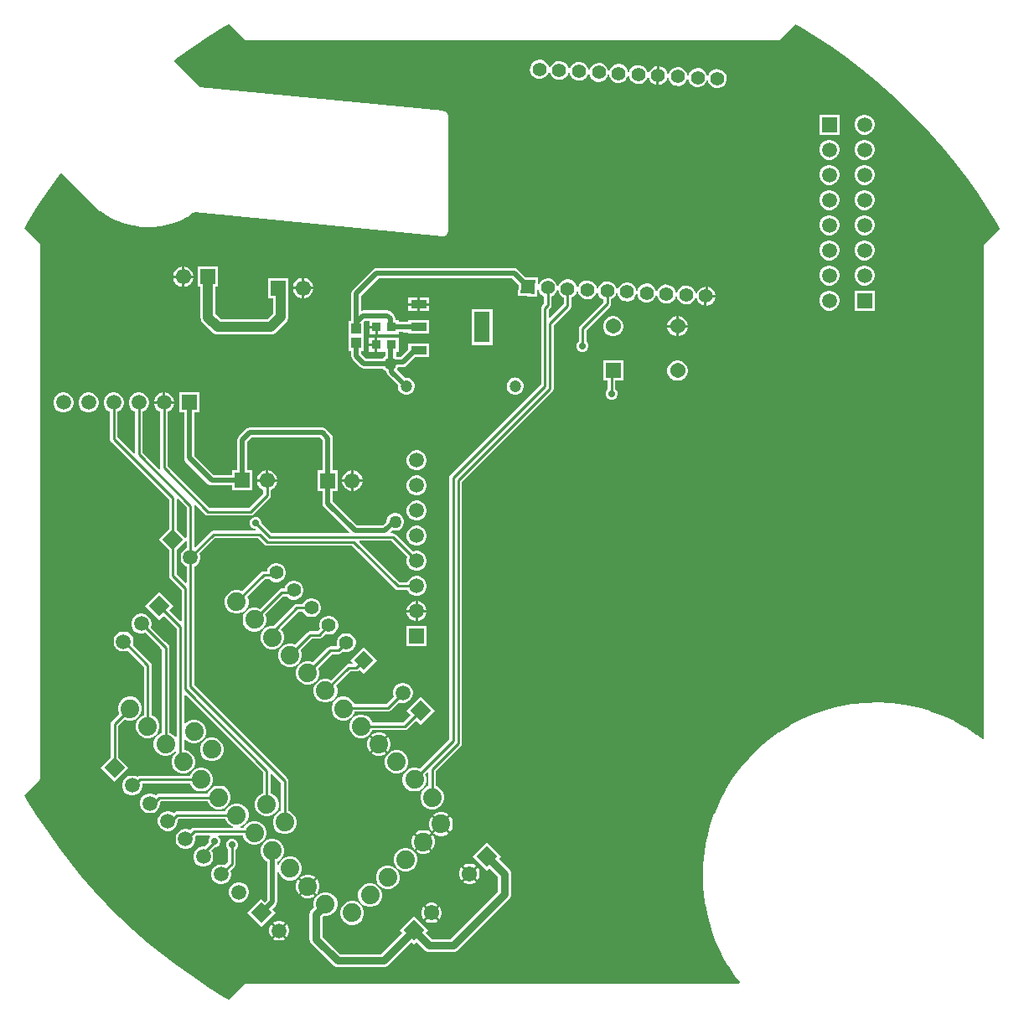
<source format=gtl>
G04*
G04 #@! TF.GenerationSoftware,Altium Limited,Altium Designer,22.5.1 (42)*
G04*
G04 Layer_Physical_Order=1*
G04 Layer_Color=255*
%FSLAX25Y25*%
%MOIN*%
G70*
G04*
G04 #@! TF.SameCoordinates,1E371425-67B3-4B82-B5F9-9DAA90CAEBC7*
G04*
G04*
G04 #@! TF.FilePolarity,Positive*
G04*
G01*
G75*
%ADD13C,0.01000*%
%ADD31R,0.06063X0.06063*%
%ADD32C,0.06063*%
%ADD33C,0.06102*%
%ADD34R,0.06102X0.06102*%
%ADD38P,0.08630X4X90.0*%
%ADD39C,0.05512*%
%ADD40P,0.07795X4X180.0*%
%ADD43R,0.03622X0.03819*%
%ADD44R,0.04016X0.04095*%
%ADD45R,0.06300X0.12200*%
%ADD46R,0.06300X0.03300*%
%ADD47C,0.01968*%
%ADD48C,0.03150*%
%ADD49C,0.03937*%
%ADD50C,0.07400*%
%ADD51P,0.08352X4X360.0*%
%ADD52C,0.05906*%
%ADD53P,0.07795X4X132.0*%
%ADD54P,0.08352X4X270.0*%
%ADD55R,0.05906X0.05906*%
%ADD56R,0.05906X0.05906*%
%ADD57C,0.04724*%
%ADD58C,0.02756*%
%ADD59C,0.05000*%
G36*
X92157Y373679D02*
X92808Y373244D01*
X93576Y373091D01*
X304439D01*
X305207Y373244D01*
X305858Y373679D01*
X311722Y379543D01*
X313630Y378452D01*
X319980Y374535D01*
X326196Y370410D01*
X332273Y366080D01*
X338201Y361550D01*
X343976Y356826D01*
X349591Y351912D01*
X355039Y346815D01*
X360315Y341539D01*
X365412Y336091D01*
X370326Y330476D01*
X375050Y324701D01*
X379580Y318772D01*
X383910Y312696D01*
X388036Y306480D01*
X391952Y300130D01*
X393043Y298222D01*
X387179Y292358D01*
X386744Y291707D01*
X386591Y290939D01*
X386591Y95282D01*
X386142Y95061D01*
X383884Y96807D01*
X383815Y96841D01*
X383760Y96895D01*
X379513Y99689D01*
X379442Y99718D01*
X379383Y99768D01*
X374937Y102232D01*
X374863Y102256D01*
X374801Y102301D01*
X370181Y104420D01*
X370105Y104438D01*
X370040Y104478D01*
X365272Y106241D01*
X365196Y106253D01*
X365127Y106288D01*
X360239Y107684D01*
X360162Y107690D01*
X360091Y107720D01*
X355112Y108741D01*
X355034Y108741D01*
X354961Y108766D01*
X349918Y109405D01*
X349841Y109400D01*
X349767Y109419D01*
X344690Y109674D01*
X344614Y109663D01*
X344537Y109676D01*
X339456Y109545D01*
X339381Y109528D01*
X339304Y109535D01*
X334247Y109019D01*
X334173Y108997D01*
X334096Y108998D01*
X329093Y108100D01*
X329021Y108072D01*
X328944Y108067D01*
X324024Y106792D01*
X323954Y106758D01*
X323878Y106748D01*
X319068Y105103D01*
X319001Y105064D01*
X318926Y105048D01*
X314255Y103042D01*
X314192Y102999D01*
X314117Y102977D01*
X309612Y100623D01*
X309552Y100574D01*
X309480Y100547D01*
X305167Y97858D01*
X305110Y97805D01*
X305040Y97772D01*
X300943Y94763D01*
X300891Y94706D01*
X300824Y94669D01*
X296967Y91357D01*
X296920Y91297D01*
X296856Y91254D01*
X293261Y87659D01*
X293218Y87595D01*
X293158Y87548D01*
X289846Y83691D01*
X289809Y83624D01*
X289752Y83571D01*
X286743Y79475D01*
X286710Y79405D01*
X286657Y79348D01*
X283968Y75035D01*
X283941Y74963D01*
X283892Y74903D01*
X281538Y70398D01*
X281516Y70323D01*
X281473Y70260D01*
X279467Y65589D01*
X279451Y65514D01*
X279412Y65447D01*
X277767Y60637D01*
X277757Y60561D01*
X277723Y60491D01*
X276448Y55571D01*
X276443Y55494D01*
X276415Y55422D01*
X275517Y50419D01*
X275518Y50342D01*
X275496Y50268D01*
X274980Y45211D01*
X274987Y45134D01*
X274970Y45059D01*
X274839Y39977D01*
X274852Y39902D01*
X274841Y39825D01*
X275096Y34748D01*
X275115Y34674D01*
X275110Y34597D01*
X275749Y29554D01*
X275774Y29481D01*
X275774Y29403D01*
X276795Y24424D01*
X276825Y24353D01*
X276831Y24276D01*
X278227Y19388D01*
X278262Y19319D01*
X278274Y19243D01*
X280037Y14475D01*
X280077Y14410D01*
X280095Y14334D01*
X282214Y9714D01*
X282259Y9652D01*
X282283Y9578D01*
X284747Y5132D01*
X284797Y5073D01*
X284826Y5002D01*
X287620Y755D01*
X287674Y701D01*
X287708Y631D01*
X289454Y-1627D01*
X289233Y-2076D01*
X93576D01*
X92808Y-2229D01*
X92157Y-2664D01*
X86293Y-8528D01*
X84386Y-7437D01*
X78035Y-3520D01*
X71819Y605D01*
X65742Y4935D01*
X59814Y9465D01*
X54039Y14189D01*
X48424Y19103D01*
X42976Y24200D01*
X37700Y29476D01*
X32603Y34924D01*
X27689Y40539D01*
X22965Y46314D01*
X18435Y52242D01*
X14105Y58319D01*
X9979Y64535D01*
X6063Y70885D01*
X4972Y72793D01*
X10836Y78657D01*
X11271Y79308D01*
X11424Y80076D01*
Y290939D01*
X11271Y291707D01*
X10836Y292358D01*
X4972Y298222D01*
X6093Y300183D01*
X10078Y306636D01*
X14279Y312950D01*
X18690Y319120D01*
X19375Y320012D01*
X19874Y320044D01*
X31947Y307971D01*
X31966Y307959D01*
X31979Y307940D01*
X32936Y307025D01*
X32994Y306988D01*
X33037Y306935D01*
X35069Y305238D01*
X35149Y305195D01*
X35212Y305129D01*
X37388Y303621D01*
X37471Y303585D01*
X37540Y303526D01*
X39842Y302219D01*
X39928Y302190D01*
X40002Y302137D01*
X42412Y301041D01*
X42501Y301021D01*
X42579Y300974D01*
X45077Y300099D01*
X45167Y300086D01*
X45250Y300047D01*
X47816Y299399D01*
X47907Y299395D01*
X47993Y299363D01*
X50607Y298948D01*
X50698Y298951D01*
X50786Y298927D01*
X53427Y298747D01*
X53517Y298759D01*
X53607Y298743D01*
X56253Y298801D01*
X56342Y298820D01*
X56433Y298813D01*
X59063Y299107D01*
X59150Y299135D01*
X59241Y299135D01*
X61835Y299664D01*
X61919Y299699D01*
X62010Y299708D01*
X64546Y300466D01*
X64626Y300509D01*
X64715Y300526D01*
X67173Y301509D01*
X67250Y301558D01*
X67337Y301583D01*
X69697Y302782D01*
X69769Y302838D01*
X69854Y302871D01*
X72097Y304276D01*
X72147Y304323D01*
X72209Y304352D01*
X72666Y304683D01*
X171307Y295133D01*
X171404Y295143D01*
X171500Y295124D01*
X171791Y295182D01*
X172086Y295212D01*
X172172Y295258D01*
X172268Y295277D01*
X172515Y295442D01*
X172776Y295582D01*
X172838Y295657D01*
X172919Y295712D01*
X173084Y295958D01*
X173272Y296188D01*
X173300Y296282D01*
X173354Y296363D01*
X173412Y296654D01*
X173498Y296938D01*
X173488Y297035D01*
X173507Y297131D01*
Y343014D01*
X173449Y343305D01*
X173420Y343600D01*
X173373Y343686D01*
X173354Y343782D01*
X173189Y344028D01*
X173049Y344290D01*
X172974Y344352D01*
X172919Y344433D01*
X172673Y344598D01*
X172443Y344785D01*
X172349Y344814D01*
X172268Y344868D01*
X171977Y344926D01*
X171693Y345011D01*
X74711Y354401D01*
X64471Y364641D01*
X64503Y365140D01*
X65396Y365825D01*
X71565Y370236D01*
X77879Y374437D01*
X84332Y378422D01*
X86293Y379543D01*
X92157Y373679D01*
D02*
G37*
%LPC*%
G36*
X209568Y365327D02*
X208600Y365122D01*
X207719Y364673D01*
X206984Y364011D01*
X206446Y363182D01*
X206140Y362241D01*
X206088Y361254D01*
X206294Y360286D01*
X206743Y359405D01*
X207405Y358670D01*
X208234Y358132D01*
X209175Y357826D01*
X210162Y357774D01*
X211130Y357980D01*
X212011Y358429D01*
X212746Y359090D01*
X213284Y359920D01*
X213497Y360575D01*
X214014Y360548D01*
X214158Y359874D01*
X214607Y358993D01*
X215268Y358258D01*
X216098Y357719D01*
X217038Y357414D01*
X218026Y357362D01*
X218993Y357567D01*
X219874Y358016D01*
X220609Y358678D01*
X221148Y359507D01*
X221361Y360163D01*
X221878Y360136D01*
X222021Y359462D01*
X222470Y358581D01*
X223132Y357846D01*
X223961Y357307D01*
X224902Y357002D01*
X225889Y356950D01*
X226857Y357155D01*
X227738Y357604D01*
X228473Y358266D01*
X229011Y359096D01*
X229224Y359750D01*
X229741Y359723D01*
X229884Y359050D01*
X230333Y358169D01*
X230995Y357434D01*
X231824Y356895D01*
X232765Y356590D01*
X233752Y356538D01*
X234719Y356743D01*
X235601Y357192D01*
X236335Y357854D01*
X236874Y358683D01*
X237087Y359339D01*
X237604Y359312D01*
X237747Y358638D01*
X238196Y357757D01*
X238858Y357022D01*
X239687Y356483D01*
X240628Y356177D01*
X241616Y356126D01*
X242583Y356331D01*
X243464Y356780D01*
X244199Y357442D01*
X244738Y358271D01*
X244950Y358926D01*
X245467Y358899D01*
X245610Y358226D01*
X246059Y357344D01*
X246721Y356610D01*
X247550Y356071D01*
X248491Y355765D01*
X249479Y355714D01*
X250446Y355919D01*
X251327Y356368D01*
X252062Y357030D01*
X252601Y357859D01*
X252814Y358515D01*
X253330Y358488D01*
X253474Y357814D01*
X253923Y356932D01*
X254585Y356198D01*
X255414Y355659D01*
X256349Y355355D01*
X256545Y359104D01*
X256742Y362854D01*
X255780Y362649D01*
X254899Y362200D01*
X254164Y361539D01*
X253625Y360709D01*
X253413Y360054D01*
X252896Y360081D01*
X252752Y360755D01*
X252303Y361636D01*
X251642Y362371D01*
X250812Y362909D01*
X249872Y363215D01*
X248884Y363267D01*
X247917Y363061D01*
X247036Y362612D01*
X246301Y361950D01*
X245762Y361121D01*
X245549Y360467D01*
X245032Y360494D01*
X244889Y361167D01*
X244440Y362048D01*
X243779Y362783D01*
X242949Y363322D01*
X242009Y363627D01*
X241021Y363679D01*
X240054Y363473D01*
X239173Y363024D01*
X238438Y362363D01*
X237899Y361533D01*
X237686Y360878D01*
X237169Y360905D01*
X237026Y361579D01*
X236577Y362460D01*
X235915Y363195D01*
X235086Y363734D01*
X234145Y364039D01*
X233158Y364091D01*
X232190Y363885D01*
X231309Y363436D01*
X230574Y362775D01*
X230036Y361945D01*
X229823Y361291D01*
X229306Y361318D01*
X229163Y361991D01*
X228714Y362872D01*
X228052Y363607D01*
X227223Y364146D01*
X226282Y364451D01*
X225295Y364503D01*
X224327Y364298D01*
X223446Y363848D01*
X222711Y363187D01*
X222173Y362357D01*
X221960Y361702D01*
X221443Y361729D01*
X221300Y362403D01*
X220851Y363284D01*
X220189Y364019D01*
X219359Y364558D01*
X218419Y364863D01*
X217431Y364915D01*
X216464Y364709D01*
X215583Y364260D01*
X214848Y363599D01*
X214309Y362769D01*
X214096Y362114D01*
X213579Y362141D01*
X213436Y362815D01*
X212987Y363697D01*
X212325Y364432D01*
X211496Y364970D01*
X210555Y365276D01*
X209568Y365327D01*
D02*
G37*
G36*
X257741Y362801D02*
X257544Y359052D01*
X257348Y355303D01*
X258309Y355507D01*
X259191Y355956D01*
X259925Y356618D01*
X260464Y357447D01*
X260677Y358102D01*
X261194Y358075D01*
X261337Y357401D01*
X261786Y356520D01*
X262448Y355785D01*
X263277Y355247D01*
X264217Y354941D01*
X265205Y354889D01*
X266172Y355095D01*
X267054Y355544D01*
X267789Y356206D01*
X268327Y357035D01*
X268540Y357690D01*
X269057Y357663D01*
X269200Y356989D01*
X269649Y356108D01*
X270311Y355373D01*
X271140Y354835D01*
X272081Y354529D01*
X273068Y354477D01*
X274036Y354683D01*
X274917Y355132D01*
X275652Y355794D01*
X276190Y356623D01*
X276403Y357278D01*
X276920Y357251D01*
X277063Y356577D01*
X277512Y355696D01*
X278174Y354961D01*
X279004Y354422D01*
X279944Y354117D01*
X280932Y354065D01*
X281899Y354271D01*
X282780Y354720D01*
X283515Y355381D01*
X284054Y356211D01*
X284359Y357151D01*
X284411Y358139D01*
X284206Y359106D01*
X283756Y359987D01*
X283095Y360722D01*
X282265Y361261D01*
X281325Y361567D01*
X280337Y361618D01*
X279370Y361413D01*
X278489Y360964D01*
X277754Y360302D01*
X277215Y359473D01*
X277002Y358818D01*
X276485Y358845D01*
X276342Y359519D01*
X275893Y360400D01*
X275231Y361135D01*
X274402Y361673D01*
X273462Y361979D01*
X272474Y362031D01*
X271507Y361825D01*
X270625Y361376D01*
X269890Y360714D01*
X269352Y359885D01*
X269139Y359230D01*
X268622Y359257D01*
X268479Y359931D01*
X268030Y360812D01*
X267368Y361547D01*
X266539Y362085D01*
X265598Y362391D01*
X264611Y362443D01*
X263643Y362237D01*
X262762Y361788D01*
X262027Y361126D01*
X261489Y360297D01*
X261276Y359642D01*
X260759Y359669D01*
X260616Y360343D01*
X260167Y361224D01*
X259505Y361959D01*
X258676Y362497D01*
X257741Y362801D01*
D02*
G37*
G36*
X339733Y343504D02*
X338692D01*
X337687Y343235D01*
X336786Y342714D01*
X336050Y341978D01*
X335529Y341077D01*
X335260Y340072D01*
Y339031D01*
X335529Y338025D01*
X336050Y337124D01*
X336786Y336388D01*
X337687Y335868D01*
X338692Y335598D01*
X339733D01*
X340738Y335868D01*
X341640Y336388D01*
X342376Y337124D01*
X342896Y338025D01*
X343165Y339031D01*
Y340072D01*
X342896Y341077D01*
X342376Y341978D01*
X341640Y342714D01*
X340738Y343235D01*
X339733Y343504D01*
D02*
G37*
G36*
X329165D02*
X321260D01*
Y335598D01*
X329165D01*
Y343504D01*
D02*
G37*
G36*
X325733Y333504D02*
X324692D01*
X323687Y333235D01*
X322786Y332714D01*
X322050Y331978D01*
X321529Y331077D01*
X321260Y330072D01*
Y329031D01*
X321529Y328026D01*
X322050Y327124D01*
X322786Y326388D01*
X323687Y325868D01*
X324692Y325599D01*
X325733D01*
X326738Y325868D01*
X327640Y326388D01*
X328376Y327124D01*
X328896Y328026D01*
X329165Y329031D01*
Y330072D01*
X328896Y331077D01*
X328376Y331978D01*
X327640Y332714D01*
X326738Y333235D01*
X325733Y333504D01*
D02*
G37*
G36*
X339733Y333504D02*
X338692D01*
X337687Y333235D01*
X336786Y332714D01*
X336050Y331978D01*
X335529Y331077D01*
X335260Y330072D01*
Y329031D01*
X335529Y328026D01*
X336050Y327124D01*
X336786Y326388D01*
X337687Y325868D01*
X338692Y325598D01*
X339733D01*
X340738Y325868D01*
X341640Y326388D01*
X342376Y327124D01*
X342896Y328026D01*
X343165Y329031D01*
Y330072D01*
X342896Y331077D01*
X342376Y331978D01*
X341640Y332714D01*
X340738Y333235D01*
X339733Y333504D01*
D02*
G37*
G36*
X325733Y323504D02*
X324692D01*
X323687Y323235D01*
X322786Y322714D01*
X322050Y321978D01*
X321529Y321077D01*
X321260Y320072D01*
Y319031D01*
X321529Y318025D01*
X322050Y317124D01*
X322786Y316388D01*
X323687Y315868D01*
X324692Y315599D01*
X325733D01*
X326738Y315868D01*
X327640Y316388D01*
X328376Y317124D01*
X328896Y318025D01*
X329165Y319031D01*
Y320072D01*
X328896Y321077D01*
X328376Y321978D01*
X327640Y322714D01*
X326738Y323235D01*
X325733Y323504D01*
D02*
G37*
G36*
X339733Y323504D02*
X338692D01*
X337687Y323235D01*
X336786Y322714D01*
X336050Y321978D01*
X335529Y321077D01*
X335260Y320072D01*
Y319031D01*
X335529Y318025D01*
X336050Y317124D01*
X336786Y316388D01*
X337687Y315868D01*
X338692Y315598D01*
X339733D01*
X340738Y315868D01*
X341640Y316388D01*
X342376Y317124D01*
X342896Y318025D01*
X343165Y319031D01*
Y320072D01*
X342896Y321077D01*
X342376Y321978D01*
X341640Y322714D01*
X340738Y323235D01*
X339733Y323504D01*
D02*
G37*
G36*
Y313504D02*
X338692D01*
X337687Y313235D01*
X336786Y312714D01*
X336050Y311978D01*
X335529Y311077D01*
X335260Y310072D01*
Y309031D01*
X335529Y308026D01*
X336050Y307124D01*
X336786Y306388D01*
X337687Y305868D01*
X338692Y305598D01*
X339733D01*
X340738Y305868D01*
X341640Y306388D01*
X342376Y307124D01*
X342896Y308026D01*
X343165Y309031D01*
Y310072D01*
X342896Y311077D01*
X342376Y311978D01*
X341640Y312714D01*
X340738Y313235D01*
X339733Y313504D01*
D02*
G37*
G36*
X325733D02*
X324692D01*
X323687Y313235D01*
X322786Y312714D01*
X322050Y311978D01*
X321529Y311077D01*
X321260Y310072D01*
Y309031D01*
X321529Y308026D01*
X322050Y307124D01*
X322786Y306388D01*
X323687Y305868D01*
X324692Y305598D01*
X325733D01*
X326738Y305868D01*
X327640Y306388D01*
X328376Y307124D01*
X328896Y308026D01*
X329165Y309031D01*
Y310072D01*
X328896Y311077D01*
X328376Y311978D01*
X327640Y312714D01*
X326738Y313235D01*
X325733Y313504D01*
D02*
G37*
G36*
X339733Y303504D02*
X338692D01*
X337687Y303235D01*
X336786Y302714D01*
X336050Y301978D01*
X335529Y301077D01*
X335260Y300072D01*
Y299031D01*
X335529Y298025D01*
X336050Y297124D01*
X336786Y296388D01*
X337687Y295868D01*
X338692Y295598D01*
X339733D01*
X340738Y295868D01*
X341640Y296388D01*
X342376Y297124D01*
X342896Y298025D01*
X343165Y299031D01*
Y300072D01*
X342896Y301077D01*
X342376Y301978D01*
X341640Y302714D01*
X340738Y303235D01*
X339733Y303504D01*
D02*
G37*
G36*
X325733D02*
X324692D01*
X323687Y303235D01*
X322786Y302714D01*
X322050Y301978D01*
X321529Y301077D01*
X321260Y300072D01*
Y299031D01*
X321529Y298025D01*
X322050Y297124D01*
X322786Y296388D01*
X323687Y295868D01*
X324692Y295598D01*
X325733D01*
X326738Y295868D01*
X327640Y296388D01*
X328376Y297124D01*
X328896Y298025D01*
X329165Y299031D01*
Y300072D01*
X328896Y301077D01*
X328376Y301978D01*
X327640Y302714D01*
X326738Y303235D01*
X325733Y303504D01*
D02*
G37*
G36*
X339733Y293504D02*
X338692D01*
X337687Y293235D01*
X336786Y292714D01*
X336050Y291978D01*
X335529Y291077D01*
X335260Y290072D01*
Y289031D01*
X335529Y288025D01*
X336050Y287124D01*
X336786Y286388D01*
X337687Y285868D01*
X338692Y285598D01*
X339733D01*
X340738Y285868D01*
X341640Y286388D01*
X342376Y287124D01*
X342896Y288025D01*
X343165Y289031D01*
Y290072D01*
X342896Y291077D01*
X342376Y291978D01*
X341640Y292714D01*
X340738Y293235D01*
X339733Y293504D01*
D02*
G37*
G36*
X325733D02*
X324692D01*
X323687Y293235D01*
X322786Y292714D01*
X322050Y291978D01*
X321529Y291077D01*
X321260Y290072D01*
Y289031D01*
X321529Y288025D01*
X322050Y287124D01*
X322786Y286388D01*
X323687Y285868D01*
X324692Y285598D01*
X325733D01*
X326738Y285868D01*
X327640Y286388D01*
X328376Y287124D01*
X328896Y288025D01*
X329165Y289031D01*
Y290072D01*
X328896Y291077D01*
X328376Y291978D01*
X327640Y292714D01*
X326738Y293235D01*
X325733Y293504D01*
D02*
G37*
G36*
X68691Y283051D02*
X68657D01*
Y279500D01*
X72209D01*
Y279533D01*
X71933Y280564D01*
X71399Y281487D01*
X70645Y282242D01*
X69721Y282775D01*
X68691Y283051D01*
D02*
G37*
G36*
X67658D02*
X67624D01*
X66594Y282775D01*
X65670Y282242D01*
X64916Y281487D01*
X64382Y280564D01*
X64106Y279533D01*
Y279500D01*
X67658D01*
Y283051D01*
D02*
G37*
G36*
X325733Y283504D02*
X324692D01*
X323687Y283235D01*
X322786Y282714D01*
X322050Y281978D01*
X321529Y281077D01*
X321260Y280072D01*
Y279031D01*
X321529Y278026D01*
X322050Y277124D01*
X322786Y276388D01*
X323687Y275868D01*
X324692Y275599D01*
X325733D01*
X326738Y275868D01*
X327640Y276388D01*
X328376Y277124D01*
X328896Y278026D01*
X329165Y279031D01*
Y280072D01*
X328896Y281077D01*
X328376Y281978D01*
X327640Y282714D01*
X326738Y283235D01*
X325733Y283504D01*
D02*
G37*
G36*
X339733Y283504D02*
X338692D01*
X337687Y283235D01*
X336786Y282714D01*
X336050Y281978D01*
X335529Y281077D01*
X335260Y280072D01*
Y279031D01*
X335529Y278026D01*
X336050Y277124D01*
X336786Y276388D01*
X337687Y275868D01*
X338692Y275598D01*
X339733D01*
X340738Y275868D01*
X341640Y276388D01*
X342376Y277124D01*
X342896Y278026D01*
X343165Y279031D01*
Y280072D01*
X342896Y281077D01*
X342376Y281978D01*
X341640Y282714D01*
X340738Y283235D01*
X339733Y283504D01*
D02*
G37*
G36*
X116376Y278551D02*
X116342D01*
Y275000D01*
X119894D01*
Y275033D01*
X119618Y276064D01*
X119084Y276988D01*
X118330Y277742D01*
X117406Y278275D01*
X116376Y278551D01*
D02*
G37*
G36*
X115342D02*
X115309D01*
X114279Y278275D01*
X113355Y277742D01*
X112601Y276988D01*
X112067Y276064D01*
X111791Y275033D01*
Y275000D01*
X115342D01*
Y278551D01*
D02*
G37*
G36*
X72209Y278500D02*
X68657D01*
Y274949D01*
X68691D01*
X69721Y275225D01*
X70645Y275758D01*
X71399Y276513D01*
X71933Y277436D01*
X72209Y278467D01*
Y278500D01*
D02*
G37*
G36*
X67658D02*
X64106D01*
Y278467D01*
X64382Y277436D01*
X64916Y276513D01*
X65670Y275758D01*
X66594Y275225D01*
X67624Y274949D01*
X67658D01*
Y278500D01*
D02*
G37*
G36*
X276797Y275070D02*
X276627Y271820D01*
X279876Y271649D01*
X279672Y272611D01*
X279223Y273492D01*
X278561Y274227D01*
X277732Y274766D01*
X276797Y275070D01*
D02*
G37*
G36*
X119894Y274000D02*
X116342D01*
Y270449D01*
X116376D01*
X117406Y270725D01*
X118330Y271258D01*
X119084Y272012D01*
X119618Y272936D01*
X119894Y273967D01*
Y274000D01*
D02*
G37*
G36*
X115342D02*
X111791D01*
Y273967D01*
X112067Y272936D01*
X112601Y272012D01*
X113355Y271258D01*
X114279Y270725D01*
X115309Y270449D01*
X115342D01*
Y274000D01*
D02*
G37*
G36*
X163500Y270779D02*
X163352Y270750D01*
X162400D01*
Y268600D01*
X166050D01*
Y270750D01*
X163648D01*
X163500Y270779D01*
D02*
G37*
G36*
X161400Y270750D02*
X157750D01*
Y268600D01*
X161400D01*
Y270750D01*
D02*
G37*
G36*
X199888Y282523D02*
X145067D01*
X144293Y282369D01*
X143636Y281931D01*
X135569Y273864D01*
X135131Y273207D01*
X134977Y272433D01*
Y261441D01*
X133992D01*
Y255346D01*
Y249559D01*
X134977D01*
Y247500D01*
X135131Y246726D01*
X135569Y246070D01*
X138550Y243089D01*
X139206Y242651D01*
X139980Y242496D01*
X147615D01*
X147699Y242351D01*
X148351Y241699D01*
X149057Y241292D01*
Y241266D01*
X149211Y240492D01*
X149650Y239836D01*
X153497Y235989D01*
X153484Y235943D01*
Y235057D01*
X153713Y234202D01*
X154156Y233436D01*
X154782Y232810D01*
X155549Y232367D01*
X156404Y232138D01*
X157289D01*
X158144Y232367D01*
X158911Y232810D01*
X159537Y233436D01*
X159979Y234202D01*
X160209Y235057D01*
Y235943D01*
X159979Y236798D01*
X159537Y237564D01*
X158911Y238190D01*
X158144Y238633D01*
X157289Y238862D01*
X156404D01*
X156358Y238850D01*
X153103Y242104D01*
Y242153D01*
X153301Y242351D01*
X153708Y243057D01*
X155580D01*
X156354Y243211D01*
X157011Y243650D01*
X160611Y247250D01*
X166050D01*
Y252550D01*
X157750D01*
Y250111D01*
X154742Y247103D01*
X152847D01*
X152773Y247177D01*
Y249091D01*
X153811D01*
Y254909D01*
X148209D01*
X148189Y254909D01*
X147709D01*
X147689Y254909D01*
X145398D01*
Y252000D01*
Y249091D01*
X147689D01*
X147709Y249091D01*
X148189D01*
X148209Y249091D01*
X148727D01*
Y247518D01*
X148351Y247301D01*
X147699Y246649D01*
X147638Y246543D01*
X140818D01*
X139023Y248338D01*
Y249559D01*
X140008D01*
Y255346D01*
Y260966D01*
X140602Y261560D01*
X142138D01*
Y259500D01*
X144949D01*
Y259000D01*
X145449D01*
Y256091D01*
X147760D01*
Y256090D01*
X148240D01*
Y256091D01*
X153862D01*
Y256977D01*
X155514D01*
X155764Y256927D01*
X157750D01*
Y256350D01*
X166050D01*
Y261650D01*
X157750D01*
Y260974D01*
X156013D01*
X155764Y261023D01*
X153862D01*
Y261910D01*
X152545D01*
Y262430D01*
X152391Y263204D01*
X151952Y263860D01*
X150799Y265013D01*
X150143Y265452D01*
X149368Y265606D01*
X139764D01*
X139410Y265535D01*
X139023Y265853D01*
Y271595D01*
X145905Y278477D01*
X199050D01*
X201616Y275911D01*
X201385Y271501D01*
X208886Y271108D01*
X209027Y273786D01*
X209529Y273826D01*
X209625Y273378D01*
X210074Y272497D01*
X210735Y271762D01*
X211565Y271224D01*
X211666Y271191D01*
Y268329D01*
X210919Y267581D01*
X210587Y267085D01*
X210471Y266500D01*
Y236134D01*
X174419Y200081D01*
X174087Y199585D01*
X173971Y199000D01*
Y94985D01*
X162188Y83203D01*
X161933Y83350D01*
X160738Y83671D01*
X159500D01*
X158305Y83350D01*
X157233Y82731D01*
X156358Y81856D01*
X155739Y80785D01*
X155419Y79589D01*
Y78352D01*
X155739Y77156D01*
X156358Y76085D01*
X157233Y75210D01*
X158305Y74591D01*
X159500Y74270D01*
X160738D01*
X161933Y74591D01*
X163005Y75210D01*
X163880Y76085D01*
X164499Y77156D01*
X164819Y78352D01*
Y79589D01*
X164499Y80785D01*
X164351Y81040D01*
X165199Y81887D01*
X165660Y81696D01*
Y76356D01*
X165376Y76280D01*
X164304Y75661D01*
X163429Y74786D01*
X162810Y73714D01*
X162490Y72519D01*
Y71281D01*
X162810Y70086D01*
X163429Y69014D01*
X164304Y68139D01*
X165376Y67520D01*
X166571Y67200D01*
X167809D01*
X169004Y67520D01*
X170076Y68139D01*
X170951Y69014D01*
X171570Y70086D01*
X171890Y71281D01*
Y72519D01*
X171570Y73714D01*
X170951Y74786D01*
X170076Y75661D01*
X169004Y76280D01*
X168719Y76356D01*
Y82556D01*
X178581Y92419D01*
X178913Y92915D01*
X179029Y93500D01*
Y197366D01*
X215081Y233419D01*
X215413Y233915D01*
X215529Y234500D01*
Y259866D01*
X222141Y266478D01*
X222472Y266974D01*
X222588Y267559D01*
Y270795D01*
X223205Y271109D01*
X223940Y271771D01*
X224478Y272600D01*
X224691Y273254D01*
X225208Y273227D01*
X225351Y272554D01*
X225800Y271673D01*
X226461Y270938D01*
X227291Y270400D01*
X228231Y270094D01*
X229219Y270042D01*
X230186Y270248D01*
X231067Y270697D01*
X231802Y271358D01*
X232341Y272188D01*
X232554Y272843D01*
X233071Y272816D01*
X233214Y272142D01*
X233663Y271261D01*
X234325Y270526D01*
X235154Y269988D01*
X235255Y269955D01*
Y268918D01*
X225919Y259581D01*
X225587Y259085D01*
X225471Y258500D01*
Y253333D01*
X224984Y252847D01*
X224622Y251973D01*
Y251027D01*
X224984Y250153D01*
X225653Y249484D01*
X226527Y249122D01*
X227473D01*
X228347Y249484D01*
X229016Y250153D01*
X229378Y251027D01*
Y251973D01*
X229016Y252847D01*
X228529Y253333D01*
Y257867D01*
X237866Y267203D01*
X238198Y267700D01*
X238314Y268285D01*
Y269971D01*
X238931Y270285D01*
X239666Y270947D01*
X240204Y271776D01*
X240417Y272432D01*
X240934Y272405D01*
X241077Y271730D01*
X241527Y270849D01*
X242188Y270114D01*
X243018Y269576D01*
X243958Y269270D01*
X244946Y269218D01*
X245913Y269424D01*
X246794Y269873D01*
X247529Y270535D01*
X248068Y271364D01*
X248281Y272019D01*
X248798Y271992D01*
X248941Y271318D01*
X249390Y270437D01*
X250052Y269702D01*
X250881Y269163D01*
X251822Y268858D01*
X252809Y268806D01*
X253777Y269012D01*
X254658Y269461D01*
X255393Y270122D01*
X255931Y270952D01*
X256144Y271606D01*
X256661Y271579D01*
X256804Y270906D01*
X257253Y270025D01*
X257914Y269290D01*
X258744Y268751D01*
X259684Y268446D01*
X260672Y268394D01*
X261639Y268600D01*
X262521Y269049D01*
X263255Y269710D01*
X263794Y270540D01*
X264007Y271195D01*
X264524Y271168D01*
X264667Y270494D01*
X265116Y269613D01*
X265778Y268878D01*
X266607Y268339D01*
X267548Y268034D01*
X268535Y267982D01*
X269503Y268187D01*
X270384Y268636D01*
X271119Y269298D01*
X271657Y270128D01*
X271870Y270782D01*
X272387Y270755D01*
X272530Y270082D01*
X272979Y269201D01*
X273641Y268466D01*
X274470Y267927D01*
X275405Y267623D01*
X275602Y271373D01*
X275798Y275122D01*
X274836Y274918D01*
X273955Y274469D01*
X273220Y273807D01*
X272682Y272977D01*
X272469Y272323D01*
X271952Y272350D01*
X271809Y273023D01*
X271360Y273904D01*
X270698Y274639D01*
X269869Y275178D01*
X268929Y275483D01*
X267941Y275535D01*
X266974Y275329D01*
X266092Y274881D01*
X265357Y274219D01*
X264819Y273389D01*
X264606Y272734D01*
X264089Y272761D01*
X263946Y273435D01*
X263497Y274316D01*
X262835Y275051D01*
X262006Y275590D01*
X261065Y275895D01*
X260078Y275947D01*
X259110Y275742D01*
X258229Y275293D01*
X257494Y274631D01*
X256956Y273801D01*
X256743Y273147D01*
X256226Y273174D01*
X256083Y273847D01*
X255634Y274728D01*
X254972Y275463D01*
X254143Y276002D01*
X253202Y276308D01*
X252215Y276359D01*
X251247Y276154D01*
X250366Y275705D01*
X249631Y275043D01*
X249093Y274214D01*
X248880Y273558D01*
X248363Y273585D01*
X248219Y274259D01*
X247771Y275141D01*
X247109Y275876D01*
X246279Y276414D01*
X245339Y276720D01*
X244351Y276772D01*
X243384Y276566D01*
X242503Y276117D01*
X241768Y275455D01*
X241229Y274626D01*
X241016Y273970D01*
X240499Y273997D01*
X240356Y274672D01*
X239907Y275553D01*
X239245Y276288D01*
X238416Y276826D01*
X237475Y277132D01*
X236488Y277184D01*
X235520Y276978D01*
X234639Y276529D01*
X233904Y275867D01*
X233366Y275038D01*
X233153Y274383D01*
X232636Y274410D01*
X232493Y275083D01*
X232044Y275965D01*
X231382Y276699D01*
X230553Y277238D01*
X229612Y277544D01*
X228624Y277595D01*
X227657Y277390D01*
X226776Y276941D01*
X226041Y276279D01*
X225502Y275450D01*
X225290Y274796D01*
X224773Y274823D01*
X224630Y275496D01*
X224181Y276377D01*
X223519Y277112D01*
X222690Y277650D01*
X221749Y277956D01*
X220762Y278008D01*
X219795Y277802D01*
X218913Y277353D01*
X218178Y276691D01*
X217640Y275862D01*
X217427Y275206D01*
X216910Y275234D01*
X216767Y275907D01*
X216318Y276789D01*
X215656Y277523D01*
X214827Y278062D01*
X213886Y278368D01*
X212898Y278419D01*
X211931Y278214D01*
X211050Y277765D01*
X210315Y277103D01*
X209776Y276274D01*
X209635Y275838D01*
X209139Y275930D01*
X209279Y278610D01*
X204382Y278866D01*
X201318Y281931D01*
X200662Y282369D01*
X199888Y282523D01*
D02*
G37*
G36*
X276574Y270821D02*
X276404Y267571D01*
X277366Y267776D01*
X278247Y268225D01*
X278982Y268886D01*
X279520Y269716D01*
X279824Y270651D01*
X276574Y270821D01*
D02*
G37*
G36*
X343165Y273504D02*
X335260D01*
Y265598D01*
X343165D01*
Y273504D01*
D02*
G37*
G36*
X325733D02*
X324692D01*
X323687Y273235D01*
X322786Y272714D01*
X322050Y271978D01*
X321529Y271077D01*
X321260Y270072D01*
Y269031D01*
X321529Y268025D01*
X322050Y267124D01*
X322786Y266388D01*
X323687Y265868D01*
X324692Y265598D01*
X325733D01*
X326738Y265868D01*
X327640Y266388D01*
X328376Y267124D01*
X328896Y268025D01*
X329165Y269031D01*
Y270072D01*
X328896Y271077D01*
X328376Y271978D01*
X327640Y272714D01*
X326738Y273235D01*
X325733Y273504D01*
D02*
G37*
G36*
X166050Y267600D02*
X162400D01*
Y265450D01*
X166050D01*
Y267600D01*
D02*
G37*
G36*
X161400D02*
X157750D01*
Y265450D01*
X161400D01*
Y267600D01*
D02*
G37*
G36*
X265326Y263390D02*
X265295D01*
Y259858D01*
X268827D01*
Y259889D01*
X268552Y260914D01*
X268021Y261834D01*
X267271Y262584D01*
X266351Y263115D01*
X265326Y263390D01*
D02*
G37*
G36*
X264295D02*
X264264D01*
X263239Y263115D01*
X262320Y262584D01*
X261569Y261834D01*
X261038Y260914D01*
X260764Y259889D01*
Y259858D01*
X264295D01*
Y263390D01*
D02*
G37*
G36*
X144449Y258500D02*
X142138D01*
Y256091D01*
X144449D01*
Y258500D01*
D02*
G37*
G36*
X82051Y283051D02*
X73949D01*
Y274949D01*
X75006D01*
Y262910D01*
X75108Y262135D01*
X75407Y261413D01*
X75883Y260793D01*
X79793Y256883D01*
X80413Y256407D01*
X81135Y256108D01*
X81910Y256006D01*
X103000D01*
X103775Y256108D01*
X104497Y256407D01*
X105117Y256883D01*
X109200Y260965D01*
X109676Y261586D01*
X109975Y262308D01*
X110077Y263083D01*
Y273417D01*
X110051Y273612D01*
Y278551D01*
X101949D01*
Y270449D01*
X104089D01*
Y264323D01*
X101760Y261994D01*
X83150D01*
X80994Y264150D01*
Y274949D01*
X82051D01*
Y283051D01*
D02*
G37*
G36*
X268827Y258858D02*
X265295D01*
Y255327D01*
X265326D01*
X266351Y255602D01*
X267271Y256132D01*
X268021Y256883D01*
X268552Y257802D01*
X268827Y258827D01*
Y258858D01*
D02*
G37*
G36*
X264295D02*
X260764D01*
Y258827D01*
X261038Y257802D01*
X261569Y256883D01*
X262320Y256132D01*
X263239Y255602D01*
X264264Y255327D01*
X264295D01*
Y258858D01*
D02*
G37*
G36*
X239736Y263390D02*
X238674D01*
X237649Y263115D01*
X236729Y262584D01*
X235979Y261834D01*
X235448Y260914D01*
X235173Y259889D01*
Y258827D01*
X235448Y257802D01*
X235979Y256883D01*
X236729Y256132D01*
X237649Y255602D01*
X238674Y255327D01*
X239736D01*
X240761Y255602D01*
X241680Y256132D01*
X242431Y256883D01*
X242962Y257802D01*
X243236Y258827D01*
Y259889D01*
X242962Y260914D01*
X242431Y261834D01*
X241680Y262584D01*
X240761Y263115D01*
X239736Y263390D01*
D02*
G37*
G36*
X144398Y254909D02*
X142087D01*
Y252500D01*
X144398D01*
Y254909D01*
D02*
G37*
G36*
X191250Y266100D02*
X182950D01*
Y251900D01*
X191250D01*
Y266100D01*
D02*
G37*
G36*
X144398Y251500D02*
X142087D01*
Y249091D01*
X144398D01*
Y251500D01*
D02*
G37*
G36*
X265326Y245673D02*
X264264D01*
X263239Y245398D01*
X262320Y244868D01*
X261569Y244117D01*
X261038Y243198D01*
X260764Y242173D01*
Y241111D01*
X261038Y240086D01*
X261569Y239166D01*
X262320Y238416D01*
X263239Y237885D01*
X264264Y237610D01*
X265326D01*
X266351Y237885D01*
X267271Y238416D01*
X268021Y239166D01*
X268552Y240086D01*
X268827Y241111D01*
Y242173D01*
X268552Y243198D01*
X268021Y244117D01*
X267271Y244868D01*
X266351Y245398D01*
X265326Y245673D01*
D02*
G37*
G36*
X200153Y238984D02*
X199568Y238867D01*
X199460Y238795D01*
X198856Y238633D01*
X198089Y238190D01*
X197463Y237564D01*
X197020Y236798D01*
X196791Y235943D01*
Y235057D01*
X197020Y234202D01*
X197463Y233436D01*
X198089Y232810D01*
X198856Y232367D01*
X199711Y232138D01*
X200596D01*
X201451Y232367D01*
X202218Y232810D01*
X202844Y233436D01*
X203287Y234202D01*
X203516Y235057D01*
Y235943D01*
X203287Y236798D01*
X202844Y237564D01*
X202218Y238190D01*
X201451Y238633D01*
X200847Y238795D01*
X200739Y238867D01*
X200153Y238984D01*
D02*
G37*
G36*
X243236Y245673D02*
X235173D01*
Y237610D01*
X236971D01*
Y234333D01*
X236484Y233847D01*
X236122Y232973D01*
Y232027D01*
X236484Y231153D01*
X237153Y230484D01*
X238027Y230122D01*
X238973D01*
X239847Y230484D01*
X240516Y231153D01*
X240878Y232027D01*
Y232973D01*
X240516Y233847D01*
X240029Y234333D01*
Y237610D01*
X243236D01*
Y245673D01*
D02*
G37*
G36*
X61020Y232953D02*
X61000D01*
Y229500D01*
X64453D01*
Y229521D01*
X64183Y230526D01*
X63663Y231427D01*
X62927Y232163D01*
X62026Y232684D01*
X61020Y232953D01*
D02*
G37*
G36*
X60000D02*
X59980D01*
X58974Y232684D01*
X58073Y232163D01*
X57337Y231427D01*
X56817Y230526D01*
X56547Y229521D01*
Y229500D01*
X60000D01*
Y232953D01*
D02*
G37*
G36*
X31020Y232953D02*
X29980D01*
X28974Y232683D01*
X28073Y232163D01*
X27337Y231427D01*
X26817Y230526D01*
X26547Y229520D01*
Y228480D01*
X26817Y227474D01*
X27337Y226573D01*
X28073Y225837D01*
X28974Y225317D01*
X29980Y225047D01*
X31020D01*
X32026Y225317D01*
X32927Y225837D01*
X33663Y226573D01*
X34183Y227474D01*
X34453Y228480D01*
Y229520D01*
X34183Y230526D01*
X33663Y231427D01*
X32927Y232163D01*
X32026Y232683D01*
X31020Y232953D01*
D02*
G37*
G36*
X21021Y232953D02*
X19980D01*
X18974Y232683D01*
X18073Y232163D01*
X17337Y231427D01*
X16817Y230526D01*
X16547Y229520D01*
Y228480D01*
X16817Y227474D01*
X17337Y226573D01*
X18073Y225837D01*
X18974Y225317D01*
X19980Y225047D01*
X21021D01*
X22026Y225317D01*
X22927Y225837D01*
X23663Y226573D01*
X24183Y227474D01*
X24453Y228480D01*
Y229520D01*
X24183Y230526D01*
X23663Y231427D01*
X22927Y232163D01*
X22026Y232683D01*
X21021Y232953D01*
D02*
G37*
G36*
X161520Y209953D02*
X160480D01*
X159474Y209683D01*
X158573Y209163D01*
X157837Y208427D01*
X157317Y207526D01*
X157047Y206520D01*
Y205480D01*
X157317Y204474D01*
X157837Y203573D01*
X158573Y202837D01*
X159474Y202317D01*
X160480Y202047D01*
X161520D01*
X162526Y202317D01*
X163427Y202837D01*
X164163Y203573D01*
X164683Y204474D01*
X164953Y205480D01*
Y206520D01*
X164683Y207526D01*
X164163Y208427D01*
X163427Y209163D01*
X162526Y209683D01*
X161520Y209953D01*
D02*
G37*
G36*
X102033Y202051D02*
X102000D01*
Y198500D01*
X105551D01*
Y198533D01*
X105275Y199564D01*
X104742Y200487D01*
X103988Y201242D01*
X103064Y201775D01*
X102033Y202051D01*
D02*
G37*
G36*
X101000D02*
X100967D01*
X99936Y201775D01*
X99013Y201242D01*
X98258Y200487D01*
X97725Y199564D01*
X97449Y198533D01*
Y198500D01*
X101000D01*
Y202051D01*
D02*
G37*
G36*
X135955Y201984D02*
X135921D01*
Y198433D01*
X139472D01*
Y198466D01*
X139196Y199497D01*
X138663Y200421D01*
X137909Y201175D01*
X136985Y201708D01*
X135955Y201984D01*
D02*
G37*
G36*
X134921D02*
X134888D01*
X133858Y201708D01*
X132934Y201175D01*
X132179Y200421D01*
X131646Y199497D01*
X131370Y198466D01*
Y198433D01*
X134921D01*
Y201984D01*
D02*
G37*
G36*
X139472Y197433D02*
X135921D01*
Y193882D01*
X135955D01*
X136985Y194158D01*
X137909Y194691D01*
X138663Y195446D01*
X139196Y196369D01*
X139472Y197400D01*
Y197433D01*
D02*
G37*
G36*
X134921D02*
X131370D01*
Y197400D01*
X131646Y196369D01*
X132179Y195446D01*
X132934Y194691D01*
X133858Y194158D01*
X134888Y193882D01*
X134921D01*
Y197433D01*
D02*
G37*
G36*
X161520Y199953D02*
X160480D01*
X159474Y199683D01*
X158573Y199163D01*
X157837Y198427D01*
X157317Y197526D01*
X157047Y196520D01*
Y195480D01*
X157317Y194474D01*
X157837Y193573D01*
X158573Y192837D01*
X159474Y192317D01*
X160480Y192047D01*
X161520D01*
X162526Y192317D01*
X163427Y192837D01*
X164163Y193573D01*
X164683Y194474D01*
X164953Y195480D01*
Y196520D01*
X164683Y197526D01*
X164163Y198427D01*
X163427Y199163D01*
X162526Y199683D01*
X161520Y199953D01*
D02*
G37*
G36*
X74453Y232953D02*
X66547D01*
Y225047D01*
X68477D01*
Y207000D01*
X68631Y206226D01*
X69069Y205570D01*
X78069Y196569D01*
X78726Y196131D01*
X79500Y195977D01*
X87606D01*
Y193949D01*
X95709D01*
Y202051D01*
X93681D01*
Y213319D01*
X95338Y214977D01*
X122662D01*
X123556Y214083D01*
Y201984D01*
X121528D01*
Y193882D01*
X123556D01*
Y188921D01*
X123710Y188147D01*
X124148Y187491D01*
X134148Y177491D01*
X133956Y177029D01*
X103133D01*
X99378Y180785D01*
Y181473D01*
X99016Y182347D01*
X98347Y183016D01*
X97473Y183378D01*
X96527D01*
X95653Y183016D01*
X94984Y182347D01*
X94622Y181473D01*
Y180527D01*
X94984Y179653D01*
X95653Y178984D01*
X96527Y178622D01*
X96859D01*
X96921Y178529D01*
X96653Y178029D01*
X80142D01*
X79557Y177913D01*
X79061Y177581D01*
X73029Y171550D01*
X72529Y171757D01*
Y174500D01*
X72529Y174500D01*
Y187921D01*
X72485Y188145D01*
X72946Y188391D01*
X76919Y184419D01*
X77415Y184087D01*
X78000Y183971D01*
X95000D01*
X95585Y184087D01*
X96081Y184419D01*
X102581Y190919D01*
X102913Y191415D01*
X103029Y192000D01*
Y194216D01*
X103064Y194225D01*
X103988Y194758D01*
X104742Y195512D01*
X105275Y196436D01*
X105551Y197467D01*
Y197500D01*
X97449D01*
Y197467D01*
X97725Y196436D01*
X98258Y195512D01*
X99013Y194758D01*
X99936Y194225D01*
X99971Y194216D01*
Y192633D01*
X94367Y187029D01*
X78633D01*
X62029Y203633D01*
Y225319D01*
X62927Y225837D01*
X63663Y226573D01*
X64183Y227474D01*
X64453Y228480D01*
Y228500D01*
X60500D01*
X56547D01*
Y228480D01*
X56817Y227474D01*
X57337Y226573D01*
X58073Y225837D01*
X58971Y225319D01*
Y203000D01*
X59015Y202776D01*
X58554Y202530D01*
X52029Y209055D01*
Y225319D01*
X52927Y225837D01*
X53663Y226573D01*
X54183Y227474D01*
X54453Y228480D01*
Y229520D01*
X54183Y230526D01*
X53663Y231427D01*
X52927Y232163D01*
X52026Y232683D01*
X51020Y232953D01*
X49980D01*
X48974Y232683D01*
X48073Y232163D01*
X47337Y231427D01*
X46817Y230526D01*
X46547Y229520D01*
Y228480D01*
X46817Y227474D01*
X47337Y226573D01*
X48073Y225837D01*
X48970Y225319D01*
Y208970D01*
X48471Y208763D01*
X42029Y215204D01*
Y225319D01*
X42927Y225837D01*
X43663Y226573D01*
X44183Y227474D01*
X44453Y228480D01*
Y229521D01*
X44183Y230526D01*
X43663Y231427D01*
X42927Y232163D01*
X42026Y232683D01*
X41020Y232953D01*
X39980D01*
X38974Y232683D01*
X38073Y232163D01*
X37337Y231427D01*
X36817Y230526D01*
X36547Y229521D01*
Y228480D01*
X36817Y227474D01*
X37337Y226573D01*
X38073Y225837D01*
X38971Y225319D01*
Y214571D01*
X39087Y213985D01*
X39419Y213489D01*
X62471Y190437D01*
Y178561D01*
X58410Y174500D01*
X62471Y170439D01*
Y160000D01*
X62587Y159415D01*
X62919Y158919D01*
X67471Y154367D01*
Y141988D01*
X67009Y141796D01*
X62448Y146358D01*
X64161Y148071D01*
X58571Y153661D01*
X52981Y148071D01*
X58571Y142481D01*
X60285Y144195D01*
X65471Y139009D01*
Y95950D01*
X64988Y95820D01*
X64885Y95999D01*
X64010Y96874D01*
X62938Y97492D01*
X62653Y97569D01*
Y112518D01*
X62651Y112531D01*
Y131521D01*
X62534Y132106D01*
X62203Y132602D01*
X61081Y133724D01*
X61081Y133724D01*
X55215Y139591D01*
X55453Y140480D01*
Y141520D01*
X55183Y142526D01*
X54663Y143427D01*
X53927Y144163D01*
X53026Y144683D01*
X52020Y144953D01*
X50980D01*
X49974Y144683D01*
X49073Y144163D01*
X48337Y143427D01*
X47817Y142526D01*
X47547Y141520D01*
Y140480D01*
X47817Y139474D01*
X48337Y138573D01*
X49073Y137837D01*
X49974Y137317D01*
X50980Y137047D01*
X52020D01*
X53026Y137317D01*
X53113Y137367D01*
X58918Y131561D01*
X58919Y131561D01*
X59592Y130887D01*
Y112520D01*
X59595Y112507D01*
Y97569D01*
X59310Y97492D01*
X58238Y96874D01*
X57363Y95999D01*
X56744Y94927D01*
X56424Y93731D01*
Y92494D01*
X56744Y91299D01*
X57363Y90227D01*
X58238Y89352D01*
X59310Y88733D01*
X60505Y88413D01*
X61743D01*
X62938Y88733D01*
X64010Y89352D01*
X64774Y90116D01*
X65205Y90016D01*
X65293Y89958D01*
X65309Y89802D01*
X64434Y88927D01*
X63815Y87856D01*
X63495Y86660D01*
Y85423D01*
X63815Y84227D01*
X64434Y83156D01*
X65309Y82281D01*
X66381Y81662D01*
X67576Y81342D01*
X68814D01*
X70009Y81662D01*
X71081Y82281D01*
X71956Y83156D01*
X72575Y84227D01*
X72895Y85423D01*
Y86660D01*
X72575Y87856D01*
X71956Y88927D01*
X71081Y89802D01*
X70009Y90421D01*
X68814Y90742D01*
X68529D01*
Y94617D01*
X69029Y94824D01*
X69552Y94302D01*
X70624Y93683D01*
X71819Y93363D01*
X73057D01*
X74252Y93683D01*
X75324Y94302D01*
X76199Y95177D01*
X76818Y96249D01*
X77138Y97444D01*
Y98681D01*
X76818Y99877D01*
X76199Y100949D01*
X75324Y101824D01*
X74252Y102442D01*
X73057Y102763D01*
X71819D01*
X70624Y102442D01*
X69552Y101824D01*
X69029Y101301D01*
X68529Y101508D01*
Y112654D01*
X68991Y112846D01*
X99900Y81937D01*
Y73527D01*
X99615Y73451D01*
X98543Y72832D01*
X97668Y71957D01*
X97049Y70885D01*
X96729Y69690D01*
Y68452D01*
X97049Y67257D01*
X97668Y66185D01*
X98543Y65310D01*
X99615Y64691D01*
X100810Y64371D01*
X102048D01*
X103243Y64691D01*
X104315Y65310D01*
X105190Y66185D01*
X105809Y67257D01*
X106129Y68452D01*
Y69690D01*
X105809Y70885D01*
X105190Y71957D01*
X104315Y72832D01*
X103243Y73451D01*
X102959Y73527D01*
Y81225D01*
X103420Y81417D01*
X106971Y77867D01*
Y66456D01*
X106686Y66380D01*
X105614Y65761D01*
X104739Y64886D01*
X104120Y63814D01*
X103800Y62619D01*
Y61381D01*
X104120Y60186D01*
X104739Y59114D01*
X105614Y58239D01*
X106686Y57620D01*
X107881Y57300D01*
X109119D01*
X110314Y57620D01*
X111386Y58239D01*
X112261Y59114D01*
X112880Y60186D01*
X113200Y61381D01*
Y62619D01*
X112880Y63814D01*
X112261Y64886D01*
X111386Y65761D01*
X110314Y66380D01*
X110029Y66456D01*
Y78500D01*
X109913Y79085D01*
X109581Y79581D01*
X72529Y116633D01*
Y163727D01*
X72597Y163745D01*
X73498Y164266D01*
X74234Y165002D01*
X74754Y165903D01*
X75024Y166909D01*
Y167949D01*
X74756Y168950D01*
X80776Y174971D01*
X98038D01*
X100590Y172419D01*
X101086Y172087D01*
X101672Y171971D01*
X135366D01*
X152419Y154919D01*
X152915Y154587D01*
X153500Y154471D01*
X157319D01*
X157837Y153573D01*
X158573Y152837D01*
X159474Y152317D01*
X160480Y152047D01*
X161520D01*
X162526Y152317D01*
X163427Y152837D01*
X164163Y153573D01*
X164683Y154474D01*
X164953Y155480D01*
Y156520D01*
X164683Y157526D01*
X164163Y158427D01*
X163427Y159163D01*
X162526Y159683D01*
X161520Y159953D01*
X160480D01*
X159474Y159683D01*
X158573Y159163D01*
X157837Y158427D01*
X157319Y157529D01*
X154133D01*
X138154Y173509D01*
X138346Y173971D01*
X150866D01*
X157316Y167522D01*
X157047Y166520D01*
Y165480D01*
X157317Y164474D01*
X157837Y163573D01*
X158573Y162837D01*
X159474Y162317D01*
X160480Y162047D01*
X161520D01*
X162526Y162317D01*
X163427Y162837D01*
X164163Y163573D01*
X164683Y164474D01*
X164953Y165480D01*
Y166520D01*
X164683Y167526D01*
X164163Y168427D01*
X163427Y169163D01*
X162526Y169683D01*
X161520Y169953D01*
X160480D01*
X159478Y169685D01*
X152581Y176581D01*
X152085Y176913D01*
X151500Y177029D01*
X150864D01*
X150673Y177491D01*
X151363Y178181D01*
X152039Y178000D01*
X152961D01*
X153851Y178238D01*
X154649Y178699D01*
X155301Y179351D01*
X155762Y180149D01*
X156000Y181039D01*
Y181961D01*
X155762Y182851D01*
X155301Y183649D01*
X154649Y184301D01*
X153851Y184762D01*
X152961Y185000D01*
X152039D01*
X151149Y184762D01*
X150351Y184301D01*
X149699Y183649D01*
X149239Y182851D01*
X149000Y181961D01*
Y181541D01*
X147466Y180007D01*
X137354D01*
X127602Y189759D01*
Y193882D01*
X129630D01*
Y201984D01*
X127602D01*
Y214921D01*
X127448Y215696D01*
X127009Y216352D01*
X124931Y218431D01*
X124274Y218869D01*
X123500Y219023D01*
X94500D01*
X93726Y218869D01*
X93069Y218431D01*
X90227Y215588D01*
X89788Y214932D01*
X89634Y214158D01*
Y202051D01*
X87606D01*
Y200023D01*
X80338D01*
X72523Y207838D01*
Y225047D01*
X74453D01*
Y232953D01*
D02*
G37*
G36*
X161520Y189953D02*
X160480D01*
X159474Y189683D01*
X158573Y189163D01*
X157837Y188427D01*
X157317Y187526D01*
X157047Y186520D01*
Y185480D01*
X157317Y184474D01*
X157837Y183573D01*
X158573Y182837D01*
X159474Y182317D01*
X160480Y182047D01*
X161520D01*
X162526Y182317D01*
X163427Y182837D01*
X164163Y183573D01*
X164683Y184474D01*
X164953Y185480D01*
Y186520D01*
X164683Y187526D01*
X164163Y188427D01*
X163427Y189163D01*
X162526Y189683D01*
X161520Y189953D01*
D02*
G37*
G36*
Y179953D02*
X160480D01*
X159474Y179683D01*
X158573Y179163D01*
X157837Y178427D01*
X157317Y177526D01*
X157047Y176520D01*
Y175480D01*
X157317Y174474D01*
X157837Y173573D01*
X158573Y172837D01*
X159474Y172317D01*
X160480Y172047D01*
X161520D01*
X162526Y172317D01*
X163427Y172837D01*
X164163Y173573D01*
X164683Y174474D01*
X164953Y175480D01*
Y176520D01*
X164683Y177526D01*
X164163Y178427D01*
X163427Y179163D01*
X162526Y179683D01*
X161520Y179953D01*
D02*
G37*
G36*
X105696Y165054D02*
X104707D01*
X103752Y164798D01*
X102895Y164304D01*
X102196Y163605D01*
X101701Y162748D01*
X101476Y161908D01*
X100106D01*
X99521Y161792D01*
X99024Y161460D01*
X91478Y153914D01*
X91222Y154061D01*
X90027Y154381D01*
X88789D01*
X87594Y154061D01*
X86522Y153442D01*
X85647Y152567D01*
X85028Y151495D01*
X84708Y150300D01*
Y149063D01*
X85028Y147867D01*
X85647Y146795D01*
X86522Y145920D01*
X87594Y145302D01*
X88789Y144981D01*
X90027D01*
X91222Y145302D01*
X92294Y145920D01*
X93169Y146795D01*
X93788Y147867D01*
X94108Y149063D01*
Y150300D01*
X93788Y151495D01*
X93641Y151751D01*
X100739Y158850D01*
X102339D01*
X102895Y158293D01*
X103752Y157799D01*
X104707Y157543D01*
X105696D01*
X106651Y157799D01*
X107508Y158293D01*
X108207Y158992D01*
X108701Y159849D01*
X108957Y160804D01*
Y161793D01*
X108701Y162748D01*
X108207Y163605D01*
X107508Y164304D01*
X106651Y164798D01*
X105696Y165054D01*
D02*
G37*
G36*
X112655Y158095D02*
X111667D01*
X110711Y157839D01*
X109855Y157344D01*
X109155Y156645D01*
X108661Y155789D01*
X108436Y154949D01*
X107289D01*
X106703Y154832D01*
X106207Y154501D01*
X98549Y146843D01*
X98294Y146990D01*
X97098Y147310D01*
X95861D01*
X94665Y146990D01*
X93594Y146371D01*
X92718Y145496D01*
X92100Y144424D01*
X91779Y143229D01*
Y141991D01*
X92100Y140796D01*
X92718Y139724D01*
X93594Y138849D01*
X94665Y138231D01*
X95861Y137910D01*
X97098D01*
X98294Y138231D01*
X99365Y138849D01*
X100240Y139724D01*
X100859Y140796D01*
X101179Y141991D01*
Y143229D01*
X100859Y144424D01*
X100712Y144680D01*
X107922Y151890D01*
X109298D01*
X109855Y151333D01*
X110711Y150839D01*
X111667Y150583D01*
X112655D01*
X113611Y150839D01*
X114467Y151333D01*
X115166Y152033D01*
X115661Y152889D01*
X115917Y153844D01*
Y154833D01*
X115661Y155789D01*
X115166Y156645D01*
X114467Y157344D01*
X113611Y157839D01*
X112655Y158095D01*
D02*
G37*
G36*
X161520Y149953D02*
X161500D01*
Y146500D01*
X164953D01*
Y146520D01*
X164683Y147526D01*
X164163Y148427D01*
X163427Y149163D01*
X162526Y149683D01*
X161520Y149953D01*
D02*
G37*
G36*
X160500D02*
X160480D01*
X159474Y149683D01*
X158573Y149163D01*
X157837Y148427D01*
X157317Y147526D01*
X157047Y146520D01*
Y146500D01*
X160500D01*
Y149953D01*
D02*
G37*
G36*
X119615Y151135D02*
X118626D01*
X117671Y150879D01*
X116815Y150385D01*
X116115Y149685D01*
X115667Y148908D01*
X113379D01*
X112794Y148792D01*
X112298Y148461D01*
X104140Y140303D01*
X104098Y140239D01*
X102931D01*
X101736Y139919D01*
X100664Y139300D01*
X99789Y138425D01*
X99171Y137353D01*
X98850Y136158D01*
Y134921D01*
X99171Y133725D01*
X99789Y132653D01*
X100664Y131778D01*
X101736Y131160D01*
X102931Y130839D01*
X104169D01*
X105364Y131160D01*
X106436Y131778D01*
X107311Y132653D01*
X107930Y133725D01*
X108250Y134921D01*
Y136158D01*
X107930Y137353D01*
X107311Y138425D01*
X106950Y138787D01*
X114013Y145850D01*
X115667D01*
X116115Y145073D01*
X116815Y144374D01*
X117671Y143879D01*
X118626Y143623D01*
X119615D01*
X120571Y143879D01*
X121427Y144374D01*
X122126Y145073D01*
X122621Y145929D01*
X122877Y146885D01*
Y147874D01*
X122621Y148829D01*
X122126Y149685D01*
X121427Y150385D01*
X120571Y150879D01*
X119615Y151135D01*
D02*
G37*
G36*
X164953Y145500D02*
X161500D01*
Y142047D01*
X161520D01*
X162526Y142317D01*
X163427Y142837D01*
X164163Y143573D01*
X164683Y144474D01*
X164953Y145480D01*
Y145500D01*
D02*
G37*
G36*
X160500D02*
X157047D01*
Y145480D01*
X157317Y144474D01*
X157837Y143573D01*
X158573Y142837D01*
X159474Y142317D01*
X160480Y142047D01*
X160500D01*
Y145500D01*
D02*
G37*
G36*
X126575Y144175D02*
X125586D01*
X124631Y143919D01*
X123775Y143425D01*
X123075Y142726D01*
X122581Y141869D01*
X122325Y140914D01*
Y139925D01*
X122557Y139058D01*
X121528Y138029D01*
X118654D01*
X118068Y137913D01*
X117572Y137581D01*
X112691Y132700D01*
X112436Y132848D01*
X111240Y133168D01*
X110003D01*
X108808Y132848D01*
X107736Y132229D01*
X106861Y131354D01*
X106242Y130282D01*
X105922Y129087D01*
Y127849D01*
X106242Y126654D01*
X106861Y125582D01*
X107736Y124707D01*
X108808Y124088D01*
X110003Y123768D01*
X111240D01*
X112436Y124088D01*
X113507Y124707D01*
X114383Y125582D01*
X115001Y126654D01*
X115322Y127849D01*
Y129087D01*
X115001Y130282D01*
X114854Y130537D01*
X119287Y134971D01*
X122161D01*
X122747Y135087D01*
X123243Y135419D01*
X124720Y136896D01*
X125586Y136663D01*
X126575D01*
X127530Y136919D01*
X128387Y137414D01*
X129086Y138113D01*
X129581Y138970D01*
X129837Y139925D01*
Y140914D01*
X129581Y141869D01*
X129086Y142726D01*
X128387Y143425D01*
X127530Y143919D01*
X126575Y144175D01*
D02*
G37*
G36*
X164953Y139953D02*
X157047D01*
Y132047D01*
X164953D01*
Y139953D01*
D02*
G37*
G36*
X133535Y137216D02*
X132546D01*
X131591Y136960D01*
X130734Y136465D01*
X130035Y135766D01*
X129540Y134909D01*
X129284Y133954D01*
Y132965D01*
X129413Y132487D01*
X129028Y131989D01*
X126755D01*
X126170Y131873D01*
X125673Y131541D01*
X119762Y125630D01*
X119507Y125777D01*
X118311Y126097D01*
X117074D01*
X115878Y125777D01*
X114806Y125158D01*
X113932Y124283D01*
X113313Y123211D01*
X112992Y122016D01*
Y120779D01*
X113313Y119583D01*
X113932Y118511D01*
X114806Y117636D01*
X115878Y117018D01*
X117074Y116697D01*
X118311D01*
X119507Y117018D01*
X120578Y117636D01*
X121453Y118511D01*
X122072Y119583D01*
X122392Y120779D01*
Y122016D01*
X122072Y123211D01*
X121925Y123467D01*
X127388Y128930D01*
X130040D01*
X130625Y129047D01*
X131122Y129378D01*
X131679Y129936D01*
X132546Y129704D01*
X133535D01*
X134490Y129960D01*
X135346Y130454D01*
X136046Y131154D01*
X136540Y132010D01*
X136796Y132965D01*
Y133954D01*
X136540Y134909D01*
X136046Y135766D01*
X135346Y136465D01*
X134490Y136960D01*
X133535Y137216D01*
D02*
G37*
G36*
X140000Y131812D02*
X134688Y126500D01*
X135697Y125491D01*
X135506Y125029D01*
X133938D01*
X133352Y124913D01*
X132856Y124581D01*
X126833Y118558D01*
X126578Y118706D01*
X125382Y119026D01*
X124145D01*
X122950Y118706D01*
X121878Y118087D01*
X121003Y117212D01*
X120384Y116140D01*
X120064Y114945D01*
Y113707D01*
X120384Y112512D01*
X121003Y111440D01*
X121878Y110565D01*
X122950Y109946D01*
X124145Y109626D01*
X125382D01*
X126578Y109946D01*
X127649Y110565D01*
X128525Y111440D01*
X129143Y112512D01*
X129464Y113707D01*
Y114945D01*
X129143Y116140D01*
X128996Y116395D01*
X134571Y121971D01*
X137000D01*
X137585Y122087D01*
X138081Y122419D01*
X138426Y122763D01*
X140000Y121188D01*
X145312Y126500D01*
X140000Y131812D01*
D02*
G37*
G36*
X156020Y117453D02*
X154980D01*
X153974Y117183D01*
X153073Y116663D01*
X152337Y115927D01*
X151817Y115026D01*
X151547Y114020D01*
Y112980D01*
X151815Y111978D01*
X148866Y109029D01*
X136225D01*
X136214Y109069D01*
X135596Y110141D01*
X134721Y111016D01*
X133649Y111635D01*
X132453Y111955D01*
X131216D01*
X130020Y111635D01*
X128949Y111016D01*
X128074Y110141D01*
X127455Y109069D01*
X127135Y107874D01*
Y106636D01*
X127455Y105441D01*
X128074Y104369D01*
X128949Y103494D01*
X130020Y102875D01*
X131216Y102555D01*
X132453D01*
X133649Y102875D01*
X134721Y103494D01*
X135596Y104369D01*
X136214Y105441D01*
X136356Y105971D01*
X149500D01*
X150085Y106087D01*
X150581Y106419D01*
X153978Y109816D01*
X154980Y109547D01*
X156020D01*
X157026Y109817D01*
X157927Y110337D01*
X158663Y111073D01*
X159183Y111974D01*
X159453Y112980D01*
Y114020D01*
X159183Y115026D01*
X158663Y115927D01*
X157927Y116663D01*
X157026Y117183D01*
X156020Y117453D01*
D02*
G37*
G36*
X47601Y111955D02*
X46363D01*
X45168Y111635D01*
X44096Y111016D01*
X43221Y110141D01*
X42602Y109069D01*
X42282Y107874D01*
Y106637D01*
X42602Y105441D01*
X42750Y105186D01*
X39705Y102142D01*
X39374Y101646D01*
X39257Y101060D01*
Y87774D01*
X35197Y83713D01*
X40787Y78123D01*
X46377Y83713D01*
X42316Y87774D01*
Y100427D01*
X44912Y103023D01*
X45168Y102875D01*
X46363Y102555D01*
X47601D01*
X48796Y102875D01*
X49868Y103494D01*
X50743Y104369D01*
X51362Y105441D01*
X51682Y106637D01*
Y107874D01*
X51362Y109069D01*
X50743Y110141D01*
X49868Y111016D01*
X48796Y111635D01*
X47601Y111955D01*
D02*
G37*
G36*
X162571Y112019D02*
X156981Y106429D01*
X158695Y104715D01*
X155693Y101713D01*
X143362D01*
X143285Y101998D01*
X142667Y103070D01*
X141792Y103945D01*
X140720Y104563D01*
X139524Y104884D01*
X138287D01*
X137092Y104563D01*
X136020Y103945D01*
X135145Y103070D01*
X134526Y101998D01*
X134206Y100803D01*
Y99565D01*
X134526Y98370D01*
X135145Y97298D01*
X136020Y96423D01*
X137092Y95804D01*
X138287Y95484D01*
X139524D01*
X140720Y95804D01*
X141792Y96423D01*
X142667Y97298D01*
X143285Y98370D01*
X143362Y98654D01*
X156326D01*
X156911Y98771D01*
X157407Y99102D01*
X160857Y102552D01*
X162571Y100839D01*
X168161Y106429D01*
X162571Y112019D01*
D02*
G37*
G36*
X44949Y137882D02*
X43909D01*
X42903Y137612D01*
X42002Y137092D01*
X41266Y136356D01*
X40745Y135455D01*
X40476Y134449D01*
Y133408D01*
X40745Y132403D01*
X41266Y131502D01*
X42002Y130766D01*
X42903Y130246D01*
X43909Y129976D01*
X44949D01*
X45955Y130246D01*
X46041Y130296D01*
X52524Y123813D01*
Y104640D01*
X52239Y104564D01*
X51167Y103945D01*
X50292Y103070D01*
X49673Y101998D01*
X49353Y100803D01*
Y99565D01*
X49673Y98370D01*
X50292Y97298D01*
X51167Y96423D01*
X52239Y95804D01*
X53434Y95484D01*
X54672D01*
X55867Y95804D01*
X56939Y96423D01*
X57814Y97298D01*
X58433Y98370D01*
X58753Y99565D01*
Y100803D01*
X58433Y101998D01*
X57814Y103070D01*
X56939Y103945D01*
X55867Y104564D01*
X55582Y104640D01*
Y124447D01*
X55466Y125032D01*
X55134Y125529D01*
X48144Y132519D01*
X48382Y133408D01*
Y134449D01*
X48112Y135455D01*
X47592Y136356D01*
X46856Y137092D01*
X45955Y137612D01*
X44949Y137882D01*
D02*
G37*
G36*
X146595Y97813D02*
X145358D01*
X144162Y97492D01*
X143091Y96874D01*
X143007Y96790D01*
X145976Y93820D01*
X148946Y96790D01*
X148862Y96874D01*
X147791Y97492D01*
X146595Y97813D01*
D02*
G37*
G36*
X149653Y96083D02*
X146684Y93113D01*
X149653Y90143D01*
X149737Y90227D01*
X150356Y91299D01*
X150677Y92494D01*
Y93731D01*
X150356Y94927D01*
X149737Y95999D01*
X149653Y96083D01*
D02*
G37*
G36*
X142299Y96083D02*
X142216Y95999D01*
X141597Y94927D01*
X141277Y93731D01*
Y92494D01*
X141597Y91299D01*
X142216Y90227D01*
X142299Y90143D01*
X145269Y93113D01*
X142299Y96083D01*
D02*
G37*
G36*
X145976Y92405D02*
X143007Y89436D01*
X143091Y89352D01*
X144162Y88733D01*
X145358Y88413D01*
X146595D01*
X147791Y88733D01*
X148862Y89352D01*
X148946Y89436D01*
X145976Y92405D01*
D02*
G37*
G36*
X80128Y95691D02*
X78890D01*
X77695Y95371D01*
X76623Y94752D01*
X75748Y93877D01*
X75129Y92805D01*
X74809Y91610D01*
Y90373D01*
X75129Y89177D01*
X75748Y88105D01*
X76623Y87230D01*
X77695Y86612D01*
X78890Y86291D01*
X80128D01*
X81323Y86612D01*
X82395Y87230D01*
X83270Y88105D01*
X83888Y89177D01*
X84209Y90373D01*
Y91610D01*
X83888Y92805D01*
X83270Y93877D01*
X82395Y94752D01*
X81323Y95371D01*
X80128Y95691D01*
D02*
G37*
G36*
X153666Y90742D02*
X152429D01*
X151234Y90422D01*
X150162Y89803D01*
X149287Y88928D01*
X148668Y87856D01*
X148348Y86661D01*
Y85423D01*
X148668Y84228D01*
X149287Y83156D01*
X150162Y82281D01*
X151234Y81662D01*
X152429Y81342D01*
X153666D01*
X154862Y81662D01*
X155934Y82281D01*
X156809Y83156D01*
X157427Y84228D01*
X157748Y85423D01*
Y86661D01*
X157427Y87856D01*
X156809Y88928D01*
X155934Y89803D01*
X154862Y90422D01*
X153666Y90742D01*
D02*
G37*
G36*
X75885Y83671D02*
X74647D01*
X73452Y83351D01*
X72380Y82732D01*
X71505Y81857D01*
X70886Y80785D01*
X70810Y80500D01*
X50897D01*
X50311Y80384D01*
X49834Y80065D01*
X49384Y80326D01*
X48378Y80595D01*
X47338D01*
X46332Y80326D01*
X45431Y79805D01*
X44695Y79069D01*
X44175Y78168D01*
X43905Y77162D01*
Y76122D01*
X44175Y75116D01*
X44695Y74215D01*
X45431Y73479D01*
X46332Y72959D01*
X47338Y72689D01*
X48378D01*
X49384Y72959D01*
X50285Y73479D01*
X51021Y74215D01*
X51541Y75116D01*
X51811Y76122D01*
Y77162D01*
X52025Y77442D01*
X70810D01*
X70886Y77157D01*
X71505Y76085D01*
X72380Y75210D01*
X73452Y74591D01*
X74647Y74271D01*
X75885D01*
X77080Y74591D01*
X78152Y75210D01*
X79027Y76085D01*
X79646Y77157D01*
X79966Y78352D01*
Y79590D01*
X79646Y80785D01*
X79027Y81857D01*
X78152Y82732D01*
X77080Y83351D01*
X75885Y83671D01*
D02*
G37*
G36*
X82956Y76600D02*
X81718D01*
X80523Y76279D01*
X79451Y75661D01*
X78576Y74786D01*
X77957Y73714D01*
X77881Y73429D01*
X58585D01*
X58000Y73313D01*
X57503Y72981D01*
X57293Y72771D01*
X56454Y73255D01*
X55449Y73524D01*
X54408D01*
X53403Y73255D01*
X52502Y72734D01*
X51766Y71998D01*
X51245Y71097D01*
X50976Y70091D01*
Y69051D01*
X51245Y68045D01*
X51766Y67144D01*
X52502Y66408D01*
X53403Y65888D01*
X54408Y65618D01*
X55449D01*
X56454Y65888D01*
X57356Y66408D01*
X58092Y67144D01*
X58612Y68045D01*
X58882Y69051D01*
Y70034D01*
X59218Y70370D01*
X77881D01*
X77957Y70086D01*
X78576Y69014D01*
X79451Y68139D01*
X80523Y67520D01*
X81718Y67200D01*
X82956D01*
X84151Y67520D01*
X85223Y68139D01*
X86098Y69014D01*
X86717Y70086D01*
X87037Y71281D01*
Y72518D01*
X86717Y73714D01*
X86098Y74786D01*
X85223Y75661D01*
X84151Y76279D01*
X82956Y76600D01*
D02*
G37*
G36*
X90027Y69528D02*
X88789D01*
X87594Y69208D01*
X86522Y68589D01*
X85647Y67714D01*
X85028Y66642D01*
X84952Y66358D01*
X65656D01*
X65070Y66241D01*
X64574Y65910D01*
X64364Y65699D01*
X63526Y66183D01*
X62520Y66453D01*
X61480D01*
X60474Y66183D01*
X59573Y65663D01*
X58837Y64927D01*
X58317Y64026D01*
X58047Y63020D01*
Y61980D01*
X58317Y60974D01*
X58837Y60073D01*
X59573Y59337D01*
X60474Y58817D01*
X61480Y58547D01*
X62520D01*
X63526Y58817D01*
X64427Y59337D01*
X65163Y60073D01*
X65683Y60974D01*
X65953Y61980D01*
Y62963D01*
X66289Y63299D01*
X84952D01*
X85028Y63014D01*
X85647Y61942D01*
X86522Y61067D01*
X87594Y60449D01*
X88018Y60335D01*
X87952Y59835D01*
X72492D01*
X71906Y59719D01*
X71410Y59387D01*
X70938Y58915D01*
X70597Y59113D01*
X69591Y59382D01*
X68551D01*
X67545Y59113D01*
X66644Y58592D01*
X65908Y57856D01*
X65388Y56955D01*
X65118Y55949D01*
Y54909D01*
X65388Y53903D01*
X65908Y53002D01*
X66644Y52266D01*
X67545Y51746D01*
X68551Y51476D01*
X69591D01*
X70597Y51746D01*
X71498Y52266D01*
X72234Y53002D01*
X72754Y53903D01*
X73024Y54909D01*
Y55949D01*
X72913Y56364D01*
X73257Y56776D01*
X78706D01*
X78913Y56276D01*
X78484Y55847D01*
X78122Y54973D01*
Y54027D01*
X78186Y53873D01*
X76623Y52311D01*
X75622D01*
X74617Y52041D01*
X73715Y51521D01*
X72979Y50785D01*
X72459Y49884D01*
X72190Y48878D01*
Y47838D01*
X72459Y46832D01*
X72979Y45931D01*
X73715Y45195D01*
X74617Y44675D01*
X75622Y44405D01*
X76663D01*
X77668Y44675D01*
X78570Y45195D01*
X79305Y45931D01*
X79826Y46832D01*
X80095Y47838D01*
Y48878D01*
X79826Y49884D01*
X79348Y50710D01*
X80760Y52122D01*
X80973D01*
X81847Y52484D01*
X82516Y53153D01*
X82878Y54027D01*
Y54973D01*
X82516Y55847D01*
X82087Y56276D01*
X82294Y56776D01*
X91876D01*
X92100Y55943D01*
X92718Y54871D01*
X93593Y53996D01*
X94665Y53377D01*
X95860Y53057D01*
X97098D01*
X98293Y53377D01*
X99365Y53996D01*
X100240Y54871D01*
X100859Y55943D01*
X101179Y57139D01*
Y58376D01*
X100859Y59571D01*
X100240Y60643D01*
X99365Y61518D01*
X98293Y62137D01*
X97098Y62457D01*
X95860D01*
X94665Y62137D01*
X93593Y61518D01*
X92718Y60643D01*
X92252Y59835D01*
X90864D01*
X90798Y60335D01*
X91222Y60449D01*
X92294Y61067D01*
X93169Y61942D01*
X93788Y63014D01*
X94108Y64210D01*
Y65447D01*
X93788Y66642D01*
X93169Y67714D01*
X92294Y68589D01*
X91222Y69208D01*
X90027Y69528D01*
D02*
G37*
G36*
X171344Y65993D02*
X170107D01*
X168911Y65672D01*
X167840Y65054D01*
X167756Y64970D01*
X170726Y62000D01*
X173695Y64970D01*
X173611Y65054D01*
X172540Y65672D01*
X171344Y65993D01*
D02*
G37*
G36*
X167049Y64262D02*
X166965Y64179D01*
X166346Y63107D01*
X166026Y61911D01*
Y60674D01*
X166346Y59478D01*
X166965Y58407D01*
X167049Y58323D01*
X170018Y61293D01*
X167049Y64262D01*
D02*
G37*
G36*
X174402Y64262D02*
X171433Y61293D01*
X174402Y58323D01*
X174486Y58407D01*
X175105Y59478D01*
X175426Y60674D01*
Y61911D01*
X175105Y63107D01*
X174486Y64179D01*
X174402Y64262D01*
D02*
G37*
G36*
X170726Y60585D02*
X167756Y57616D01*
X167840Y57532D01*
X168911Y56913D01*
X170107Y56593D01*
X171344D01*
X172540Y56913D01*
X173611Y57532D01*
X173695Y57616D01*
X170726Y60585D01*
D02*
G37*
G36*
X164273Y58922D02*
X163036D01*
X161840Y58602D01*
X160769Y57983D01*
X160685Y57899D01*
X163654Y54929D01*
X166624Y57899D01*
X166540Y57983D01*
X165469Y58602D01*
X164273Y58922D01*
D02*
G37*
G36*
X167331Y57192D02*
X164362Y54222D01*
X167331Y51252D01*
X167415Y51336D01*
X168034Y52408D01*
X168354Y53603D01*
Y54841D01*
X168034Y56036D01*
X167415Y57108D01*
X167331Y57192D01*
D02*
G37*
G36*
X159977Y57192D02*
X159894Y57108D01*
X159275Y56036D01*
X158955Y54841D01*
Y53603D01*
X159275Y52408D01*
X159894Y51336D01*
X159977Y51252D01*
X162947Y54222D01*
X159977Y57192D01*
D02*
G37*
G36*
X163654Y53515D02*
X160685Y50545D01*
X160769Y50461D01*
X161840Y49842D01*
X163036Y49522D01*
X164273D01*
X165469Y49842D01*
X166540Y50461D01*
X166624Y50545D01*
X163654Y53515D01*
D02*
G37*
G36*
X87973Y55378D02*
X87027D01*
X86153Y55016D01*
X85484Y54347D01*
X85122Y53473D01*
Y52527D01*
X85484Y51653D01*
X85971Y51166D01*
Y46207D01*
X84735Y44971D01*
X83733Y45239D01*
X82693D01*
X81687Y44970D01*
X80786Y44450D01*
X80050Y43714D01*
X79530Y42812D01*
X79260Y41807D01*
Y40766D01*
X79530Y39761D01*
X80050Y38860D01*
X80786Y38124D01*
X81687Y37603D01*
X82693Y37334D01*
X83733D01*
X84739Y37603D01*
X85640Y38124D01*
X86376Y38860D01*
X86896Y39761D01*
X87166Y40766D01*
Y41807D01*
X86897Y42808D01*
X88581Y44492D01*
X88913Y44988D01*
X89029Y45574D01*
Y51166D01*
X89516Y51653D01*
X89878Y52527D01*
Y53473D01*
X89516Y54347D01*
X88847Y55016D01*
X87973Y55378D01*
D02*
G37*
G36*
X157202Y51851D02*
X155965D01*
X154769Y51531D01*
X153698Y50912D01*
X152822Y50037D01*
X152204Y48965D01*
X151883Y47770D01*
Y46532D01*
X152204Y45337D01*
X152822Y44265D01*
X153698Y43390D01*
X154769Y42771D01*
X155965Y42451D01*
X157202D01*
X158398Y42771D01*
X159469Y43390D01*
X160344Y44265D01*
X160963Y45337D01*
X161283Y46532D01*
Y47770D01*
X160963Y48965D01*
X160344Y50037D01*
X159469Y50912D01*
X158398Y51531D01*
X157202Y51851D01*
D02*
G37*
G36*
X182533Y45551D02*
X181467D01*
X180436Y45275D01*
X179513Y44742D01*
X179489Y44718D01*
X182000Y42207D01*
X184511Y44718D01*
X184487Y44742D01*
X183564Y45275D01*
X182533Y45551D01*
D02*
G37*
G36*
X178782Y44011D02*
X178758Y43988D01*
X178225Y43064D01*
X177949Y42033D01*
Y40967D01*
X178225Y39936D01*
X178758Y39013D01*
X178782Y38989D01*
X181293Y41500D01*
X178782Y44011D01*
D02*
G37*
G36*
X185218D02*
X182707Y41500D01*
X185218Y38989D01*
X185242Y39013D01*
X185775Y39936D01*
X186051Y40967D01*
Y42033D01*
X185775Y43064D01*
X185242Y43988D01*
X185218Y44011D01*
D02*
G37*
G36*
X104169Y55387D02*
X102932D01*
X101736Y55066D01*
X100665Y54448D01*
X99790Y53573D01*
X99171Y52501D01*
X98851Y51306D01*
Y50068D01*
X99171Y48873D01*
X99790Y47801D01*
X100665Y46926D01*
X101527Y46428D01*
Y31160D01*
X100577Y30210D01*
X99213Y31574D01*
X93623Y25984D01*
X99213Y20394D01*
X104803Y25984D01*
X103438Y27349D01*
X104981Y28892D01*
X105420Y29548D01*
X105574Y30322D01*
Y42361D01*
X106074Y42427D01*
X106241Y41801D01*
X106860Y40729D01*
X107735Y39854D01*
X108807Y39235D01*
X110002Y38915D01*
X111240D01*
X112435Y39235D01*
X113507Y39854D01*
X114382Y40729D01*
X115001Y41801D01*
X115321Y42996D01*
Y44234D01*
X115001Y45429D01*
X114382Y46501D01*
X113507Y47376D01*
X112435Y47995D01*
X111240Y48315D01*
X110002D01*
X108807Y47995D01*
X107735Y47376D01*
X106860Y46501D01*
X106241Y45429D01*
X106074Y44804D01*
X105574Y44870D01*
Y46428D01*
X106436Y46926D01*
X107311Y47801D01*
X107930Y48873D01*
X108250Y50068D01*
Y51306D01*
X107930Y52501D01*
X107311Y53573D01*
X106436Y54448D01*
X105365Y55066D01*
X104169Y55387D01*
D02*
G37*
G36*
X182000Y40793D02*
X179489Y38282D01*
X179513Y38258D01*
X180436Y37725D01*
X181467Y37449D01*
X182533D01*
X183564Y37725D01*
X184487Y38258D01*
X184511Y38282D01*
X182000Y40793D01*
D02*
G37*
G36*
X118311Y41244D02*
X117074D01*
X115878Y40924D01*
X114807Y40305D01*
X114723Y40221D01*
X117692Y37251D01*
X120662Y40221D01*
X120578Y40305D01*
X119507Y40924D01*
X118311Y41244D01*
D02*
G37*
G36*
X150131Y44780D02*
X148893D01*
X147698Y44460D01*
X146626Y43841D01*
X145751Y42966D01*
X145132Y41894D01*
X144812Y40699D01*
Y39461D01*
X145132Y38266D01*
X145751Y37194D01*
X146626Y36319D01*
X147698Y35701D01*
X148893Y35380D01*
X150131D01*
X151326Y35701D01*
X152398Y36319D01*
X153273Y37194D01*
X153892Y38266D01*
X154212Y39461D01*
Y40699D01*
X153892Y41894D01*
X153273Y42966D01*
X152398Y43841D01*
X151326Y44460D01*
X150131Y44780D01*
D02*
G37*
G36*
X114015Y39514D02*
X113932Y39430D01*
X113313Y38358D01*
X112993Y37163D01*
Y35925D01*
X113313Y34730D01*
X113932Y33658D01*
X114015Y33574D01*
X116985Y36544D01*
X114015Y39514D01*
D02*
G37*
G36*
X121369Y39514D02*
X118400Y36544D01*
X121369Y33574D01*
X121453Y33658D01*
X122072Y34730D01*
X122392Y35925D01*
Y37163D01*
X122072Y38358D01*
X121453Y39430D01*
X121369Y39514D01*
D02*
G37*
G36*
X117692Y35837D02*
X114723Y32867D01*
X114807Y32783D01*
X115878Y32164D01*
X117074Y31844D01*
X118311D01*
X119507Y32164D01*
X120578Y32783D01*
X120662Y32867D01*
X117692Y35837D01*
D02*
G37*
G36*
X90804Y38168D02*
X89764D01*
X88758Y37899D01*
X87857Y37379D01*
X87121Y36643D01*
X86601Y35741D01*
X86331Y34736D01*
Y33695D01*
X86601Y32690D01*
X87121Y31789D01*
X87857Y31053D01*
X88758Y30532D01*
X89764Y30263D01*
X90804D01*
X91810Y30532D01*
X92711Y31053D01*
X93447Y31789D01*
X93967Y32690D01*
X94237Y33695D01*
Y34736D01*
X93967Y35741D01*
X93447Y36643D01*
X92711Y37379D01*
X91810Y37899D01*
X90804Y38168D01*
D02*
G37*
G36*
X143060Y37709D02*
X141822D01*
X140627Y37388D01*
X139555Y36770D01*
X138680Y35895D01*
X138061Y34823D01*
X137741Y33627D01*
Y32390D01*
X138061Y31194D01*
X138680Y30123D01*
X139555Y29248D01*
X140627Y28629D01*
X141822Y28309D01*
X143060D01*
X144255Y28629D01*
X145327Y29248D01*
X146202Y30123D01*
X146821Y31194D01*
X147141Y32390D01*
Y33627D01*
X146821Y34823D01*
X146202Y35895D01*
X145327Y36770D01*
X144255Y37388D01*
X143060Y37709D01*
D02*
G37*
G36*
X167475Y30070D02*
X166408D01*
X165378Y29793D01*
X164454Y29260D01*
X164430Y29237D01*
X166941Y26725D01*
X169453Y29237D01*
X169429Y29260D01*
X168505Y29793D01*
X167475Y30070D01*
D02*
G37*
G36*
X188960Y54189D02*
X183230Y48460D01*
X188960Y42731D01*
X190028Y43799D01*
X193403Y40424D01*
Y34576D01*
X174424Y15597D01*
X167116D01*
X164683Y18030D01*
X165711Y19059D01*
X159982Y24788D01*
X154252Y19059D01*
X155281Y18030D01*
X146847Y9597D01*
X130576D01*
X123597Y16576D01*
Y24427D01*
X123986Y24815D01*
X124145Y24773D01*
X125383D01*
X126578Y25093D01*
X127650Y25712D01*
X128525Y26587D01*
X129144Y27659D01*
X129464Y28854D01*
Y30092D01*
X129144Y31287D01*
X128525Y32359D01*
X127650Y33234D01*
X126578Y33852D01*
X125383Y34173D01*
X124145D01*
X122950Y33852D01*
X121878Y33234D01*
X121003Y32359D01*
X120384Y31287D01*
X120064Y30092D01*
Y28854D01*
X120194Y28369D01*
X119164Y27339D01*
X118751Y26801D01*
X118491Y26175D01*
X118403Y25503D01*
Y15500D01*
X118491Y14828D01*
X118751Y14201D01*
X119164Y13664D01*
X127664Y5164D01*
X128201Y4751D01*
X128828Y4492D01*
X129500Y4403D01*
X147923D01*
X148595Y4492D01*
X149222Y4751D01*
X149759Y5164D01*
X158953Y14358D01*
X159982Y13329D01*
X161010Y14358D01*
X164204Y11164D01*
X164742Y10751D01*
X165368Y10492D01*
X166040Y10403D01*
X175500D01*
X176172Y10492D01*
X176798Y10751D01*
X177336Y11164D01*
X197836Y31664D01*
X198249Y32201D01*
X198509Y32828D01*
X198597Y33500D01*
Y41500D01*
X198509Y42172D01*
X198249Y42799D01*
X197836Y43336D01*
X193701Y47472D01*
X194689Y48460D01*
X188960Y54189D01*
D02*
G37*
G36*
X170160Y28529D02*
X167648Y26018D01*
X170160Y23507D01*
X170183Y23531D01*
X170717Y24455D01*
X170993Y25485D01*
Y26552D01*
X170717Y27582D01*
X170183Y28506D01*
X170160Y28529D01*
D02*
G37*
G36*
X163723D02*
X163700Y28506D01*
X163166Y27582D01*
X162890Y26552D01*
Y25485D01*
X163166Y24455D01*
X163700Y23531D01*
X163723Y23507D01*
X166234Y26018D01*
X163723Y28529D01*
D02*
G37*
G36*
X166941Y25311D02*
X164430Y22800D01*
X164454Y22777D01*
X165378Y22243D01*
X166408Y21967D01*
X167475D01*
X168505Y22243D01*
X169429Y22777D01*
X169452Y22800D01*
X166941Y25311D01*
D02*
G37*
G36*
X135989Y30638D02*
X134751D01*
X133556Y30317D01*
X132484Y29699D01*
X131609Y28824D01*
X130991Y27752D01*
X130670Y26557D01*
Y25319D01*
X130991Y24124D01*
X131609Y23052D01*
X132484Y22177D01*
X133556Y21558D01*
X134751Y21238D01*
X135989D01*
X137184Y21558D01*
X138256Y22177D01*
X139131Y23052D01*
X139750Y24124D01*
X140070Y25319D01*
Y26557D01*
X139750Y27752D01*
X139131Y28824D01*
X138256Y29699D01*
X137184Y30317D01*
X135989Y30638D01*
D02*
G37*
G36*
X106804Y22866D02*
X105763D01*
X104758Y22597D01*
X103857Y22076D01*
X103842Y22062D01*
X106284Y19620D01*
X108725Y22062D01*
X108711Y22076D01*
X107809Y22597D01*
X106804Y22866D01*
D02*
G37*
G36*
X109432Y21355D02*
X106991Y18913D01*
X109432Y16472D01*
X109447Y16486D01*
X109967Y17388D01*
X110236Y18393D01*
Y19434D01*
X109967Y20439D01*
X109447Y21340D01*
X109432Y21355D01*
D02*
G37*
G36*
X103135D02*
X103121Y21340D01*
X102600Y20439D01*
X102331Y19434D01*
Y18393D01*
X102600Y17388D01*
X103121Y16486D01*
X103135Y16472D01*
X105577Y18913D01*
X103135Y21355D01*
D02*
G37*
G36*
X106284Y18206D02*
X103842Y15765D01*
X103857Y15750D01*
X104758Y15230D01*
X105763Y14960D01*
X106804D01*
X107809Y15230D01*
X108711Y15750D01*
X108725Y15765D01*
X106284Y18206D01*
D02*
G37*
%LPD*%
G36*
X217345Y273640D02*
X217488Y272966D01*
X217937Y272085D01*
X218599Y271350D01*
X219428Y270812D01*
X219530Y270779D01*
Y268193D01*
X213991Y262654D01*
X213529Y262846D01*
Y265866D01*
X214277Y266614D01*
X214609Y267110D01*
X214725Y267696D01*
Y271207D01*
X215341Y271521D01*
X216076Y272182D01*
X216615Y273012D01*
X216828Y273667D01*
X217345Y273640D01*
D02*
G37*
G36*
X69471Y187288D02*
Y175273D01*
X69009Y175081D01*
X65529Y178561D01*
Y190522D01*
X66029Y190729D01*
X69471Y187288D01*
D02*
G37*
G36*
X69471Y173727D02*
Y171069D01*
X68644Y170592D01*
X67908Y169856D01*
X67388Y168955D01*
X67118Y167949D01*
Y166909D01*
X67388Y165903D01*
X67908Y165002D01*
X68644Y164266D01*
X69471Y163789D01*
Y157346D01*
X69009Y157154D01*
X65529Y160634D01*
Y170439D01*
X69009Y173919D01*
X69471Y173727D01*
D02*
G37*
D13*
X227000Y251500D02*
Y258500D01*
X236785Y268285D02*
Y273407D01*
X227000Y258500D02*
X236785Y268285D01*
X221059Y267559D02*
Y274231D01*
X214000Y260500D02*
X221059Y267559D01*
X212000Y266500D02*
X213196Y267696D01*
Y274643D01*
X69000Y115000D02*
Y155000D01*
X64000Y160000D02*
Y191071D01*
Y160000D02*
X69000Y155000D01*
X40500Y214571D02*
Y229000D01*
Y214571D02*
X64000Y191071D01*
X58571Y148071D02*
X67000Y139642D01*
Y87236D02*
Y139642D01*
Y87236D02*
X68195Y86042D01*
X108500Y62000D02*
Y78500D01*
X71000Y116000D02*
X108500Y78500D01*
X101429Y69071D02*
Y82571D01*
X71000Y116000D02*
Y167358D01*
X69000Y115000D02*
X101429Y82571D01*
X51571Y141071D02*
X60000Y132642D01*
X44500Y134000D02*
X54053Y124447D01*
X61121Y112520D02*
X61124Y112518D01*
X60000Y132642D02*
X61121Y131521D01*
Y112520D02*
Y131521D01*
X60000Y132642D02*
Y132642D01*
X61124Y93113D02*
Y112518D01*
X54053Y100184D02*
Y124447D01*
X40787Y101060D02*
X46982Y107255D01*
X40787Y82058D02*
Y101060D01*
X177500Y93500D02*
Y198000D01*
X214000Y234500D02*
Y260500D01*
X177500Y198000D02*
X214000Y234500D01*
X175500Y94352D02*
Y199000D01*
X212000Y235500D02*
Y266500D01*
X175500Y199000D02*
X212000Y235500D01*
X238500Y232500D02*
Y240937D01*
X239205Y241642D01*
X72492Y58306D02*
X95931D01*
X96479Y57757D01*
X80500Y54025D02*
Y54500D01*
X76143Y48358D02*
Y49667D01*
X80500Y54025D01*
X69615Y55429D02*
X72492Y58306D01*
X69071Y55429D02*
X69615D01*
X71000Y167358D02*
X80142Y176500D01*
X71000Y167429D02*
Y174500D01*
X80142Y176500D02*
X98672D01*
X50500Y208421D02*
X71000Y187921D01*
X50500Y208421D02*
Y229000D01*
X60500Y203000D02*
X78000Y185500D01*
X60500Y203000D02*
Y229000D01*
X167190Y83190D02*
X177500Y93500D01*
X160119Y78970D02*
X175500Y94352D01*
X167190Y71900D02*
Y83190D01*
X106065Y160435D02*
X106121Y160379D01*
X102360D02*
X102416Y160435D01*
X106065D01*
X89408Y149681D02*
X100106Y160379D01*
X102360D01*
X113024Y153476D02*
X113080Y153419D01*
X109319D02*
X109375Y153476D01*
X96479Y142610D02*
X107289Y153419D01*
X109375Y153476D02*
X113024D01*
X107289Y153419D02*
X109319D01*
X103550Y137271D02*
X105222Y138943D01*
X113379Y147379D02*
X119121D01*
X103550Y135539D02*
Y137271D01*
X105222Y139222D02*
X113379Y147379D01*
X105222Y138943D02*
Y139222D01*
X122161Y136500D02*
X126081Y140419D01*
X118654Y136500D02*
X122161D01*
X130040Y130460D02*
X133040Y133460D01*
X126755Y130460D02*
X130040D01*
X133938Y123500D02*
X137000D01*
X140000Y126500D01*
X153500Y156000D02*
X161000D01*
X101672Y173500D02*
X136000D01*
X153500Y156000D01*
X97000Y181000D02*
X102500Y175500D01*
X151500D02*
X161000Y166000D01*
X98672Y176500D02*
X101672Y173500D01*
X102500Y175500D02*
X151500D01*
X110622Y128468D02*
X118654Y136500D01*
X200153Y235500D02*
Y237454D01*
X161900Y268100D02*
X162350D01*
X163500Y269250D01*
X144449Y251500D02*
X144949Y251000D01*
X68158Y278157D02*
Y279000D01*
X101500Y192000D02*
Y198000D01*
X78000Y185500D02*
X95000D01*
X101500Y192000D01*
X71000Y174500D02*
Y187921D01*
X138906Y100184D02*
X156326D01*
X162963Y106821D01*
X132080Y107500D02*
X149500D01*
X155500Y113500D01*
X63327Y62500D02*
X65656Y64828D01*
X89408D01*
X58585Y71900D02*
X82337D01*
X56256Y69571D02*
X58585Y71900D01*
X48568Y76642D02*
X50897Y78971D01*
X47858Y76642D02*
X48568D01*
X50897Y78971D02*
X75266D01*
X131835Y107255D02*
X132080Y107500D01*
X124764Y114326D02*
X133938Y123500D01*
X117692Y121397D02*
X126755Y130460D01*
X62000Y62500D02*
X63327D01*
X54929Y69571D02*
X56256D01*
X83213Y41287D02*
X87500Y45574D01*
Y53000D01*
D31*
X239205Y241642D02*
D03*
D32*
X264795D02*
D03*
X239205Y259358D02*
D03*
X264795Y259358D02*
D03*
D33*
X135421Y197933D02*
D03*
X101500Y198000D02*
D03*
X115842Y274500D02*
D03*
X68158Y279000D02*
D03*
X166941Y26018D02*
D03*
X182000Y41500D02*
D03*
D34*
X125579Y197933D02*
D03*
X91658Y198000D02*
D03*
X106000Y274500D02*
D03*
X78000Y279000D02*
D03*
D38*
X159982Y19059D02*
D03*
X188960Y48460D02*
D03*
D39*
X209865Y361551D02*
D03*
X217729Y361138D02*
D03*
X225592Y360726D02*
D03*
X233455Y360314D02*
D03*
X241318Y359902D02*
D03*
X249181Y359490D02*
D03*
X257045Y359078D02*
D03*
X264908Y358666D02*
D03*
X272771Y358254D02*
D03*
X280634Y357842D02*
D03*
X276101Y271347D02*
D03*
X268238Y271759D02*
D03*
X260375Y272170D02*
D03*
X252512Y272583D02*
D03*
X244649Y272995D02*
D03*
X236785Y273407D02*
D03*
X228922Y273819D02*
D03*
X221059Y274231D02*
D03*
X213196Y274643D02*
D03*
X105201Y161298D02*
D03*
X112161Y154339D02*
D03*
X119121Y147379D02*
D03*
X126081Y140419D02*
D03*
X133040Y133460D02*
D03*
D40*
X140000Y126500D02*
D03*
D43*
X144949Y259000D02*
D03*
X151051D02*
D03*
X151000Y252000D02*
D03*
X144898D02*
D03*
D44*
X137000Y252606D02*
D03*
Y258394D02*
D03*
D45*
X187100Y259000D02*
D03*
D46*
X161900Y249900D02*
D03*
X161900Y259000D02*
D03*
X161900Y268100D02*
D03*
D47*
X150521Y259530D02*
X151051Y259000D01*
X149368Y263583D02*
X150521Y262430D01*
X137000Y260819D02*
X139764Y263583D01*
X150521Y259530D02*
Y262430D01*
X139764Y263583D02*
X149368D01*
X137000Y258433D02*
Y260819D01*
Y272433D01*
Y258394D02*
Y260819D01*
Y258394D02*
Y258433D01*
Y272433D02*
X145067Y280500D01*
X199888D01*
X155764Y258950D02*
X161850D01*
X151051Y259000D02*
X155764D01*
X103551Y30322D02*
Y50687D01*
X99213Y25984D02*
X103551Y30322D01*
X199888Y280500D02*
X205332Y275056D01*
X139980Y244520D02*
X150480D01*
X137000Y247500D02*
Y252606D01*
Y247500D02*
X139980Y244520D01*
X150750Y244750D02*
X151080Y245080D01*
X150480Y244520D02*
X150500Y244500D01*
X150750Y244750D02*
Y251750D01*
X155580Y245080D02*
X160400Y249900D01*
X150500Y244500D02*
X151080Y243920D01*
X150500Y244500D02*
X150750Y244750D01*
X151080Y245080D02*
X155580D01*
X150750Y251750D02*
X151000Y252000D01*
X151080Y241266D02*
X156846Y235500D01*
X151080Y241266D02*
Y243920D01*
X148304Y177984D02*
X151820Y181500D01*
X152500D01*
X136516Y177984D02*
X148304D01*
X125579Y188921D02*
X136516Y177984D01*
X160400Y249900D02*
X161900D01*
X125579Y188921D02*
Y197933D01*
X70500Y207000D02*
X79500Y198000D01*
X70500Y207000D02*
Y229730D01*
X79500Y198000D02*
X91658D01*
Y214158D01*
X125579Y197933D02*
Y214921D01*
X123500Y217000D02*
X125579Y214921D01*
X94500Y217000D02*
X123500D01*
X91658Y214158D02*
X94500Y217000D01*
D48*
X189000Y48500D02*
X196000Y41500D01*
X159961Y19038D02*
Y19059D01*
X121000Y15500D02*
X129500Y7000D01*
X121000Y15500D02*
Y25503D01*
X124764Y29267D02*
Y29473D01*
X129500Y7000D02*
X147923D01*
X121000Y25503D02*
X124764Y29267D01*
X147923Y7000D02*
X159961Y19038D01*
X159982Y19059D02*
X166040Y13000D01*
X175500D01*
X196000Y33500D02*
Y41500D01*
X175500Y13000D02*
X196000Y33500D01*
D49*
X78000Y262910D02*
X81910Y259000D01*
X78000Y262910D02*
Y279000D01*
X81910Y259000D02*
X103000D01*
X107083Y263083D02*
Y273417D01*
X103000Y259000D02*
X107083Y263083D01*
X106000Y274500D02*
X107083Y273417D01*
D50*
X135370Y25938D02*
D03*
X142441Y33009D02*
D03*
X149512Y40080D02*
D03*
X156583Y47151D02*
D03*
X163654Y54222D02*
D03*
X170726Y61293D02*
D03*
X101429Y69071D02*
D03*
X108500Y62000D02*
D03*
X79509Y90991D02*
D03*
X72438Y98063D02*
D03*
X124764Y29473D02*
D03*
X117692Y36544D02*
D03*
X110621Y43615D02*
D03*
X103551Y50687D02*
D03*
X96479Y57757D02*
D03*
X89408Y64828D02*
D03*
X82337Y71900D02*
D03*
X75266Y78971D02*
D03*
X68195Y86042D02*
D03*
X61124Y93113D02*
D03*
X54053Y100184D02*
D03*
X46982Y107255D02*
D03*
X89408Y149681D02*
D03*
X96479Y142610D02*
D03*
X103550Y135539D02*
D03*
X110622Y128468D02*
D03*
X117692Y121397D02*
D03*
X124764Y114326D02*
D03*
X131835Y107255D02*
D03*
X138906Y100184D02*
D03*
X145976Y93113D02*
D03*
X153048Y86042D02*
D03*
X160119Y78970D02*
D03*
X167190Y71900D02*
D03*
D51*
X99213Y25984D02*
D03*
X64000Y174500D02*
D03*
X40787Y83713D02*
D03*
X162571Y106429D02*
D03*
D52*
X106284Y18913D02*
D03*
X51500Y141000D02*
D03*
X44429Y133929D02*
D03*
X339213Y279551D02*
D03*
Y289551D02*
D03*
Y299551D02*
D03*
Y309551D02*
D03*
Y319551D02*
D03*
Y329551D02*
D03*
Y339551D02*
D03*
X60500Y229000D02*
D03*
X50500Y229000D02*
D03*
X40500Y229000D02*
D03*
X30500Y229000D02*
D03*
X20500Y229000D02*
D03*
X71071Y167429D02*
D03*
X325213Y329551D02*
D03*
Y319551D02*
D03*
Y309551D02*
D03*
Y299551D02*
D03*
Y289551D02*
D03*
Y279551D02*
D03*
Y269551D02*
D03*
X90284Y34216D02*
D03*
X83213Y41287D02*
D03*
X76143Y48358D02*
D03*
X69071Y55429D02*
D03*
X62000Y62500D02*
D03*
X54929Y69571D02*
D03*
X47858Y76642D02*
D03*
X155500Y113500D02*
D03*
X161000Y146000D02*
D03*
X161000Y156000D02*
D03*
X161000Y166000D02*
D03*
Y176000D02*
D03*
Y186000D02*
D03*
Y196000D02*
D03*
Y206000D02*
D03*
D53*
X205332Y275056D02*
D03*
D54*
X58571Y148071D02*
D03*
D55*
X339213Y269551D02*
D03*
X325213Y339551D02*
D03*
X161000Y136000D02*
D03*
D56*
X70500Y229000D02*
D03*
D57*
X200153Y235500D02*
D03*
X156846D02*
D03*
D58*
X238500Y232500D02*
D03*
X227000Y251500D02*
D03*
X80500Y54500D02*
D03*
X97000Y181000D02*
D03*
X87500Y53000D02*
D03*
D59*
X150500Y244500D02*
D03*
X152500Y181500D02*
D03*
M02*

</source>
